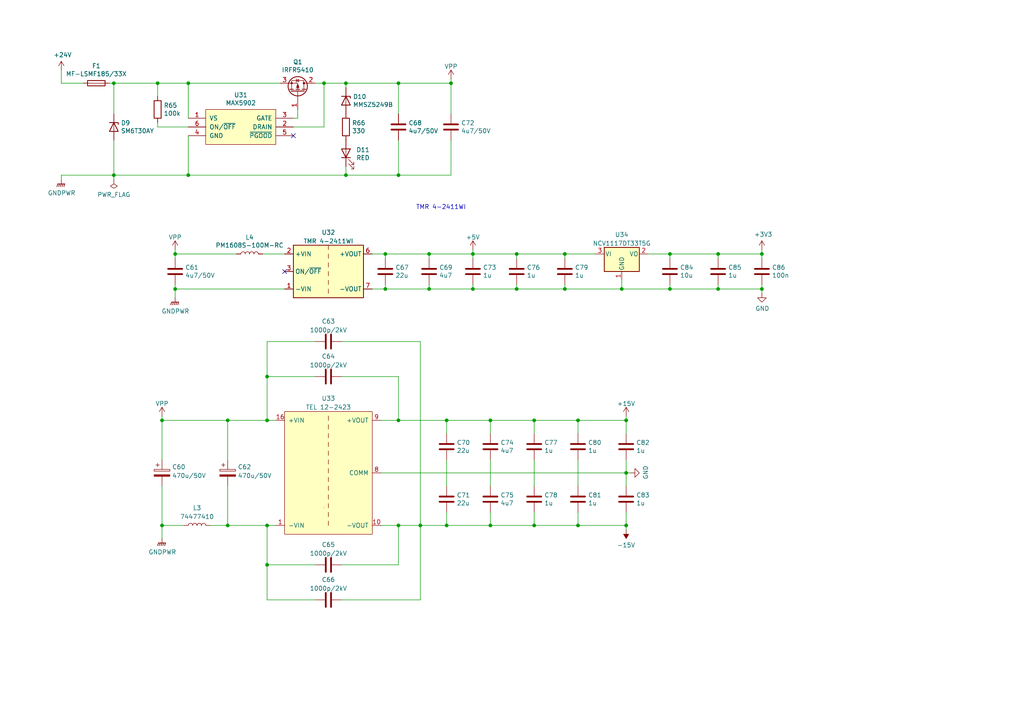
<source format=kicad_sch>
(kicad_sch (version 20211123) (generator eeschema)

  (uuid ae4b306f-250e-4317-9d8f-3e3b2bd1a222)

  (paper "A4")

  (lib_symbols
    (symbol "Converter_DCDC:TMR-2411" (in_bom yes) (on_board yes)
      (property "Reference" "U" (id 0) (at -8.89 8.89 0)
        (effects (font (size 1.27 1.27)))
      )
      (property "Value" "TMR-2411" (id 1) (at 10.16 8.89 0)
        (effects (font (size 1.27 1.27)) (justify right))
      )
      (property "Footprint" "Converter_DCDC:Converter_DCDC_TRACO_TMR-xxxx_THT" (id 2) (at 0 -8.89 0)
        (effects (font (size 1.27 1.27)) hide)
      )
      (property "Datasheet" "https://www.tracopower.com/products/tmr2.pdf" (id 3) (at 0 -12.7 0)
        (effects (font (size 1.27 1.27)) hide)
      )
      (property "ki_keywords" "Traco isolated isolation dc-dc converter transformer" (id 4) (at 0 0 0)
        (effects (font (size 1.27 1.27)) hide)
      )
      (property "ki_description" "400mA Regulated 2W DC/DC converter with 1.5kV isolation, 18V-36V input, 5V fixed Output Voltage, SIP-8" (id 5) (at 0 0 0)
        (effects (font (size 1.27 1.27)) hide)
      )
      (property "ki_fp_filters" "Converter*DCDC*TRACO*TMR*xxxx*" (id 6) (at 0 0 0)
        (effects (font (size 1.27 1.27)) hide)
      )
      (symbol "TMR-2411_0_1"
        (rectangle (start -10.16 7.62) (end 10.16 -7.62)
          (stroke (width 0.254) (type default) (color 0 0 0 0))
          (fill (type background))
        )
        (polyline
          (pts
            (xy 0 -5.08)
            (xy 0 -6.35)
          )
          (stroke (width 0) (type default) (color 0 0 0 0))
          (fill (type none))
        )
        (polyline
          (pts
            (xy 0 -2.54)
            (xy 0 -3.81)
          )
          (stroke (width 0) (type default) (color 0 0 0 0))
          (fill (type none))
        )
        (polyline
          (pts
            (xy 0 0)
            (xy 0 -1.27)
          )
          (stroke (width 0) (type default) (color 0 0 0 0))
          (fill (type none))
        )
        (polyline
          (pts
            (xy 0 2.54)
            (xy 0 1.27)
          )
          (stroke (width 0) (type default) (color 0 0 0 0))
          (fill (type none))
        )
        (polyline
          (pts
            (xy 0 5.08)
            (xy 0 3.81)
          )
          (stroke (width 0) (type default) (color 0 0 0 0))
          (fill (type none))
        )
        (polyline
          (pts
            (xy 0 7.62)
            (xy 0 6.35)
          )
          (stroke (width 0) (type default) (color 0 0 0 0))
          (fill (type none))
        )
      )
      (symbol "TMR-2411_1_1"
        (pin power_in line (at -12.7 -5.08 0) (length 2.54)
          (name "-VIN" (effects (font (size 1.27 1.27))))
          (number "1" (effects (font (size 1.27 1.27))))
        )
        (pin power_in line (at -12.7 5.08 0) (length 2.54)
          (name "+VIN" (effects (font (size 1.27 1.27))))
          (number "2" (effects (font (size 1.27 1.27))))
        )
        (pin input line (at -12.7 0 0) (length 2.54)
          (name "ON/~{OFF}" (effects (font (size 1.27 1.27))))
          (number "3" (effects (font (size 1.27 1.27))))
        )
        (pin no_connect line (at 10.16 2.54 180) (length 2.54) hide
          (name "NC" (effects (font (size 1.27 1.27))))
          (number "5" (effects (font (size 1.27 1.27))))
        )
        (pin power_out line (at 12.7 5.08 180) (length 2.54)
          (name "+VOUT" (effects (font (size 1.27 1.27))))
          (number "6" (effects (font (size 1.27 1.27))))
        )
        (pin power_out line (at 12.7 -5.08 180) (length 2.54)
          (name "-VOUT" (effects (font (size 1.27 1.27))))
          (number "7" (effects (font (size 1.27 1.27))))
        )
        (pin no_connect line (at 10.16 0 180) (length 2.54) hide
          (name "NC" (effects (font (size 1.27 1.27))))
          (number "8" (effects (font (size 1.27 1.27))))
        )
      )
    )
    (symbol "Device:C" (pin_numbers hide) (pin_names (offset 0.254)) (in_bom yes) (on_board yes)
      (property "Reference" "C" (id 0) (at 0.635 2.54 0)
        (effects (font (size 1.27 1.27)) (justify left))
      )
      (property "Value" "C" (id 1) (at 0.635 -2.54 0)
        (effects (font (size 1.27 1.27)) (justify left))
      )
      (property "Footprint" "" (id 2) (at 0.9652 -3.81 0)
        (effects (font (size 1.27 1.27)) hide)
      )
      (property "Datasheet" "~" (id 3) (at 0 0 0)
        (effects (font (size 1.27 1.27)) hide)
      )
      (property "ki_keywords" "cap capacitor" (id 4) (at 0 0 0)
        (effects (font (size 1.27 1.27)) hide)
      )
      (property "ki_description" "Unpolarized capacitor" (id 5) (at 0 0 0)
        (effects (font (size 1.27 1.27)) hide)
      )
      (property "ki_fp_filters" "C_*" (id 6) (at 0 0 0)
        (effects (font (size 1.27 1.27)) hide)
      )
      (symbol "C_0_1"
        (polyline
          (pts
            (xy -2.032 -0.762)
            (xy 2.032 -0.762)
          )
          (stroke (width 0.508) (type default) (color 0 0 0 0))
          (fill (type none))
        )
        (polyline
          (pts
            (xy -2.032 0.762)
            (xy 2.032 0.762)
          )
          (stroke (width 0.508) (type default) (color 0 0 0 0))
          (fill (type none))
        )
      )
      (symbol "C_1_1"
        (pin passive line (at 0 3.81 270) (length 2.794)
          (name "~" (effects (font (size 1.27 1.27))))
          (number "1" (effects (font (size 1.27 1.27))))
        )
        (pin passive line (at 0 -3.81 90) (length 2.794)
          (name "~" (effects (font (size 1.27 1.27))))
          (number "2" (effects (font (size 1.27 1.27))))
        )
      )
    )
    (symbol "Device:C_Polarized" (pin_numbers hide) (pin_names (offset 0.254)) (in_bom yes) (on_board yes)
      (property "Reference" "C" (id 0) (at 0.635 2.54 0)
        (effects (font (size 1.27 1.27)) (justify left))
      )
      (property "Value" "C_Polarized" (id 1) (at 0.635 -2.54 0)
        (effects (font (size 1.27 1.27)) (justify left))
      )
      (property "Footprint" "" (id 2) (at 0.9652 -3.81 0)
        (effects (font (size 1.27 1.27)) hide)
      )
      (property "Datasheet" "~" (id 3) (at 0 0 0)
        (effects (font (size 1.27 1.27)) hide)
      )
      (property "ki_keywords" "cap capacitor" (id 4) (at 0 0 0)
        (effects (font (size 1.27 1.27)) hide)
      )
      (property "ki_description" "Polarized capacitor" (id 5) (at 0 0 0)
        (effects (font (size 1.27 1.27)) hide)
      )
      (property "ki_fp_filters" "CP_*" (id 6) (at 0 0 0)
        (effects (font (size 1.27 1.27)) hide)
      )
      (symbol "C_Polarized_0_1"
        (rectangle (start -2.286 0.508) (end 2.286 1.016)
          (stroke (width 0) (type default) (color 0 0 0 0))
          (fill (type none))
        )
        (polyline
          (pts
            (xy -1.778 2.286)
            (xy -0.762 2.286)
          )
          (stroke (width 0) (type default) (color 0 0 0 0))
          (fill (type none))
        )
        (polyline
          (pts
            (xy -1.27 2.794)
            (xy -1.27 1.778)
          )
          (stroke (width 0) (type default) (color 0 0 0 0))
          (fill (type none))
        )
        (rectangle (start 2.286 -0.508) (end -2.286 -1.016)
          (stroke (width 0) (type default) (color 0 0 0 0))
          (fill (type outline))
        )
      )
      (symbol "C_Polarized_1_1"
        (pin passive line (at 0 3.81 270) (length 2.794)
          (name "~" (effects (font (size 1.27 1.27))))
          (number "1" (effects (font (size 1.27 1.27))))
        )
        (pin passive line (at 0 -3.81 90) (length 2.794)
          (name "~" (effects (font (size 1.27 1.27))))
          (number "2" (effects (font (size 1.27 1.27))))
        )
      )
    )
    (symbol "Device:D_Zener" (pin_numbers hide) (pin_names (offset 1.016) hide) (in_bom yes) (on_board yes)
      (property "Reference" "D" (id 0) (at 0 2.54 0)
        (effects (font (size 1.27 1.27)))
      )
      (property "Value" "D_Zener" (id 1) (at 0 -2.54 0)
        (effects (font (size 1.27 1.27)))
      )
      (property "Footprint" "" (id 2) (at 0 0 0)
        (effects (font (size 1.27 1.27)) hide)
      )
      (property "Datasheet" "~" (id 3) (at 0 0 0)
        (effects (font (size 1.27 1.27)) hide)
      )
      (property "ki_keywords" "diode" (id 4) (at 0 0 0)
        (effects (font (size 1.27 1.27)) hide)
      )
      (property "ki_description" "Zener diode" (id 5) (at 0 0 0)
        (effects (font (size 1.27 1.27)) hide)
      )
      (property "ki_fp_filters" "TO-???* *_Diode_* *SingleDiode* D_*" (id 6) (at 0 0 0)
        (effects (font (size 1.27 1.27)) hide)
      )
      (symbol "D_Zener_0_1"
        (polyline
          (pts
            (xy 1.27 0)
            (xy -1.27 0)
          )
          (stroke (width 0) (type default) (color 0 0 0 0))
          (fill (type none))
        )
        (polyline
          (pts
            (xy -1.27 -1.27)
            (xy -1.27 1.27)
            (xy -0.762 1.27)
          )
          (stroke (width 0.254) (type default) (color 0 0 0 0))
          (fill (type none))
        )
        (polyline
          (pts
            (xy 1.27 -1.27)
            (xy 1.27 1.27)
            (xy -1.27 0)
            (xy 1.27 -1.27)
          )
          (stroke (width 0.254) (type default) (color 0 0 0 0))
          (fill (type none))
        )
      )
      (symbol "D_Zener_1_1"
        (pin passive line (at -3.81 0 0) (length 2.54)
          (name "K" (effects (font (size 1.27 1.27))))
          (number "1" (effects (font (size 1.27 1.27))))
        )
        (pin passive line (at 3.81 0 180) (length 2.54)
          (name "A" (effects (font (size 1.27 1.27))))
          (number "2" (effects (font (size 1.27 1.27))))
        )
      )
    )
    (symbol "Device:Fuse" (pin_numbers hide) (pin_names (offset 0)) (in_bom yes) (on_board yes)
      (property "Reference" "F" (id 0) (at 2.032 0 90)
        (effects (font (size 1.27 1.27)))
      )
      (property "Value" "Fuse" (id 1) (at -1.905 0 90)
        (effects (font (size 1.27 1.27)))
      )
      (property "Footprint" "" (id 2) (at -1.778 0 90)
        (effects (font (size 1.27 1.27)) hide)
      )
      (property "Datasheet" "~" (id 3) (at 0 0 0)
        (effects (font (size 1.27 1.27)) hide)
      )
      (property "ki_keywords" "fuse" (id 4) (at 0 0 0)
        (effects (font (size 1.27 1.27)) hide)
      )
      (property "ki_description" "Fuse" (id 5) (at 0 0 0)
        (effects (font (size 1.27 1.27)) hide)
      )
      (property "ki_fp_filters" "*Fuse*" (id 6) (at 0 0 0)
        (effects (font (size 1.27 1.27)) hide)
      )
      (symbol "Fuse_0_1"
        (rectangle (start -0.762 -2.54) (end 0.762 2.54)
          (stroke (width 0.254) (type default) (color 0 0 0 0))
          (fill (type none))
        )
        (polyline
          (pts
            (xy 0 2.54)
            (xy 0 -2.54)
          )
          (stroke (width 0) (type default) (color 0 0 0 0))
          (fill (type none))
        )
      )
      (symbol "Fuse_1_1"
        (pin passive line (at 0 3.81 270) (length 1.27)
          (name "~" (effects (font (size 1.27 1.27))))
          (number "1" (effects (font (size 1.27 1.27))))
        )
        (pin passive line (at 0 -3.81 90) (length 1.27)
          (name "~" (effects (font (size 1.27 1.27))))
          (number "2" (effects (font (size 1.27 1.27))))
        )
      )
    )
    (symbol "Device:L" (pin_numbers hide) (pin_names (offset 1.016) hide) (in_bom yes) (on_board yes)
      (property "Reference" "L" (id 0) (at -1.27 0 90)
        (effects (font (size 1.27 1.27)))
      )
      (property "Value" "L" (id 1) (at 1.905 0 90)
        (effects (font (size 1.27 1.27)))
      )
      (property "Footprint" "" (id 2) (at 0 0 0)
        (effects (font (size 1.27 1.27)) hide)
      )
      (property "Datasheet" "~" (id 3) (at 0 0 0)
        (effects (font (size 1.27 1.27)) hide)
      )
      (property "ki_keywords" "inductor choke coil reactor magnetic" (id 4) (at 0 0 0)
        (effects (font (size 1.27 1.27)) hide)
      )
      (property "ki_description" "Inductor" (id 5) (at 0 0 0)
        (effects (font (size 1.27 1.27)) hide)
      )
      (property "ki_fp_filters" "Choke_* *Coil* Inductor_* L_*" (id 6) (at 0 0 0)
        (effects (font (size 1.27 1.27)) hide)
      )
      (symbol "L_0_1"
        (arc (start 0 -2.54) (mid 0.635 -1.905) (end 0 -1.27)
          (stroke (width 0) (type default) (color 0 0 0 0))
          (fill (type none))
        )
        (arc (start 0 -1.27) (mid 0.635 -0.635) (end 0 0)
          (stroke (width 0) (type default) (color 0 0 0 0))
          (fill (type none))
        )
        (arc (start 0 0) (mid 0.635 0.635) (end 0 1.27)
          (stroke (width 0) (type default) (color 0 0 0 0))
          (fill (type none))
        )
        (arc (start 0 1.27) (mid 0.635 1.905) (end 0 2.54)
          (stroke (width 0) (type default) (color 0 0 0 0))
          (fill (type none))
        )
      )
      (symbol "L_1_1"
        (pin passive line (at 0 3.81 270) (length 1.27)
          (name "1" (effects (font (size 1.27 1.27))))
          (number "1" (effects (font (size 1.27 1.27))))
        )
        (pin passive line (at 0 -3.81 90) (length 1.27)
          (name "2" (effects (font (size 1.27 1.27))))
          (number "2" (effects (font (size 1.27 1.27))))
        )
      )
    )
    (symbol "Device:LED" (pin_numbers hide) (pin_names (offset 1.016) hide) (in_bom yes) (on_board yes)
      (property "Reference" "D" (id 0) (at 0 2.54 0)
        (effects (font (size 1.27 1.27)))
      )
      (property "Value" "LED" (id 1) (at 0 -2.54 0)
        (effects (font (size 1.27 1.27)))
      )
      (property "Footprint" "" (id 2) (at 0 0 0)
        (effects (font (size 1.27 1.27)) hide)
      )
      (property "Datasheet" "~" (id 3) (at 0 0 0)
        (effects (font (size 1.27 1.27)) hide)
      )
      (property "ki_keywords" "LED diode" (id 4) (at 0 0 0)
        (effects (font (size 1.27 1.27)) hide)
      )
      (property "ki_description" "Light emitting diode" (id 5) (at 0 0 0)
        (effects (font (size 1.27 1.27)) hide)
      )
      (property "ki_fp_filters" "LED* LED_SMD:* LED_THT:*" (id 6) (at 0 0 0)
        (effects (font (size 1.27 1.27)) hide)
      )
      (symbol "LED_0_1"
        (polyline
          (pts
            (xy -1.27 -1.27)
            (xy -1.27 1.27)
          )
          (stroke (width 0.254) (type default) (color 0 0 0 0))
          (fill (type none))
        )
        (polyline
          (pts
            (xy -1.27 0)
            (xy 1.27 0)
          )
          (stroke (width 0) (type default) (color 0 0 0 0))
          (fill (type none))
        )
        (polyline
          (pts
            (xy 1.27 -1.27)
            (xy 1.27 1.27)
            (xy -1.27 0)
            (xy 1.27 -1.27)
          )
          (stroke (width 0.254) (type default) (color 0 0 0 0))
          (fill (type none))
        )
        (polyline
          (pts
            (xy -3.048 -0.762)
            (xy -4.572 -2.286)
            (xy -3.81 -2.286)
            (xy -4.572 -2.286)
            (xy -4.572 -1.524)
          )
          (stroke (width 0) (type default) (color 0 0 0 0))
          (fill (type none))
        )
        (polyline
          (pts
            (xy -1.778 -0.762)
            (xy -3.302 -2.286)
            (xy -2.54 -2.286)
            (xy -3.302 -2.286)
            (xy -3.302 -1.524)
          )
          (stroke (width 0) (type default) (color 0 0 0 0))
          (fill (type none))
        )
      )
      (symbol "LED_1_1"
        (pin passive line (at -3.81 0 0) (length 2.54)
          (name "K" (effects (font (size 1.27 1.27))))
          (number "1" (effects (font (size 1.27 1.27))))
        )
        (pin passive line (at 3.81 0 180) (length 2.54)
          (name "A" (effects (font (size 1.27 1.27))))
          (number "2" (effects (font (size 1.27 1.27))))
        )
      )
    )
    (symbol "Device:Q_PMOS_GDS" (pin_names (offset 0) hide) (in_bom yes) (on_board yes)
      (property "Reference" "Q" (id 0) (at 5.08 1.27 0)
        (effects (font (size 1.27 1.27)) (justify left))
      )
      (property "Value" "Q_PMOS_GDS" (id 1) (at 5.08 -1.27 0)
        (effects (font (size 1.27 1.27)) (justify left))
      )
      (property "Footprint" "" (id 2) (at 5.08 2.54 0)
        (effects (font (size 1.27 1.27)) hide)
      )
      (property "Datasheet" "~" (id 3) (at 0 0 0)
        (effects (font (size 1.27 1.27)) hide)
      )
      (property "ki_keywords" "transistor PMOS P-MOS P-MOSFET" (id 4) (at 0 0 0)
        (effects (font (size 1.27 1.27)) hide)
      )
      (property "ki_description" "P-MOSFET transistor, gate/drain/source" (id 5) (at 0 0 0)
        (effects (font (size 1.27 1.27)) hide)
      )
      (symbol "Q_PMOS_GDS_0_1"
        (polyline
          (pts
            (xy 0.254 0)
            (xy -2.54 0)
          )
          (stroke (width 0) (type default) (color 0 0 0 0))
          (fill (type none))
        )
        (polyline
          (pts
            (xy 0.254 1.905)
            (xy 0.254 -1.905)
          )
          (stroke (width 0.254) (type default) (color 0 0 0 0))
          (fill (type none))
        )
        (polyline
          (pts
            (xy 0.762 -1.27)
            (xy 0.762 -2.286)
          )
          (stroke (width 0.254) (type default) (color 0 0 0 0))
          (fill (type none))
        )
        (polyline
          (pts
            (xy 0.762 0.508)
            (xy 0.762 -0.508)
          )
          (stroke (width 0.254) (type default) (color 0 0 0 0))
          (fill (type none))
        )
        (polyline
          (pts
            (xy 0.762 2.286)
            (xy 0.762 1.27)
          )
          (stroke (width 0.254) (type default) (color 0 0 0 0))
          (fill (type none))
        )
        (polyline
          (pts
            (xy 2.54 2.54)
            (xy 2.54 1.778)
          )
          (stroke (width 0) (type default) (color 0 0 0 0))
          (fill (type none))
        )
        (polyline
          (pts
            (xy 2.54 -2.54)
            (xy 2.54 0)
            (xy 0.762 0)
          )
          (stroke (width 0) (type default) (color 0 0 0 0))
          (fill (type none))
        )
        (polyline
          (pts
            (xy 0.762 1.778)
            (xy 3.302 1.778)
            (xy 3.302 -1.778)
            (xy 0.762 -1.778)
          )
          (stroke (width 0) (type default) (color 0 0 0 0))
          (fill (type none))
        )
        (polyline
          (pts
            (xy 2.286 0)
            (xy 1.27 0.381)
            (xy 1.27 -0.381)
            (xy 2.286 0)
          )
          (stroke (width 0) (type default) (color 0 0 0 0))
          (fill (type outline))
        )
        (polyline
          (pts
            (xy 2.794 -0.508)
            (xy 2.921 -0.381)
            (xy 3.683 -0.381)
            (xy 3.81 -0.254)
          )
          (stroke (width 0) (type default) (color 0 0 0 0))
          (fill (type none))
        )
        (polyline
          (pts
            (xy 3.302 -0.381)
            (xy 2.921 0.254)
            (xy 3.683 0.254)
            (xy 3.302 -0.381)
          )
          (stroke (width 0) (type default) (color 0 0 0 0))
          (fill (type none))
        )
        (circle (center 1.651 0) (radius 2.794)
          (stroke (width 0.254) (type default) (color 0 0 0 0))
          (fill (type none))
        )
        (circle (center 2.54 -1.778) (radius 0.254)
          (stroke (width 0) (type default) (color 0 0 0 0))
          (fill (type outline))
        )
        (circle (center 2.54 1.778) (radius 0.254)
          (stroke (width 0) (type default) (color 0 0 0 0))
          (fill (type outline))
        )
      )
      (symbol "Q_PMOS_GDS_1_1"
        (pin input line (at -5.08 0 0) (length 2.54)
          (name "G" (effects (font (size 1.27 1.27))))
          (number "1" (effects (font (size 1.27 1.27))))
        )
        (pin passive line (at 2.54 5.08 270) (length 2.54)
          (name "D" (effects (font (size 1.27 1.27))))
          (number "2" (effects (font (size 1.27 1.27))))
        )
        (pin passive line (at 2.54 -5.08 90) (length 2.54)
          (name "S" (effects (font (size 1.27 1.27))))
          (number "3" (effects (font (size 1.27 1.27))))
        )
      )
    )
    (symbol "Device:R" (pin_numbers hide) (pin_names (offset 0)) (in_bom yes) (on_board yes)
      (property "Reference" "R" (id 0) (at 2.032 0 90)
        (effects (font (size 1.27 1.27)))
      )
      (property "Value" "R" (id 1) (at 0 0 90)
        (effects (font (size 1.27 1.27)))
      )
      (property "Footprint" "" (id 2) (at -1.778 0 90)
        (effects (font (size 1.27 1.27)) hide)
      )
      (property "Datasheet" "~" (id 3) (at 0 0 0)
        (effects (font (size 1.27 1.27)) hide)
      )
      (property "ki_keywords" "R res resistor" (id 4) (at 0 0 0)
        (effects (font (size 1.27 1.27)) hide)
      )
      (property "ki_description" "Resistor" (id 5) (at 0 0 0)
        (effects (font (size 1.27 1.27)) hide)
      )
      (property "ki_fp_filters" "R_*" (id 6) (at 0 0 0)
        (effects (font (size 1.27 1.27)) hide)
      )
      (symbol "R_0_1"
        (rectangle (start -1.016 -2.54) (end 1.016 2.54)
          (stroke (width 0.254) (type default) (color 0 0 0 0))
          (fill (type none))
        )
      )
      (symbol "R_1_1"
        (pin passive line (at 0 3.81 270) (length 1.27)
          (name "~" (effects (font (size 1.27 1.27))))
          (number "1" (effects (font (size 1.27 1.27))))
        )
        (pin passive line (at 0 -3.81 90) (length 1.27)
          (name "~" (effects (font (size 1.27 1.27))))
          (number "2" (effects (font (size 1.27 1.27))))
        )
      )
    )
    (symbol "ETH1CLCR2:MAX5902" (pin_names (offset 1.016)) (in_bom yes) (on_board yes)
      (property "Reference" "U" (id 0) (at -8.89 6.35 0)
        (effects (font (size 1.27 1.27)))
      )
      (property "Value" "MAX5902" (id 1) (at 5.08 6.35 0)
        (effects (font (size 1.27 1.27)))
      )
      (property "Footprint" "" (id 2) (at 0 0 0)
        (effects (font (size 1.524 1.524)) hide)
      )
      (property "Datasheet" "" (id 3) (at 0 0 0)
        (effects (font (size 1.524 1.524)) hide)
      )
      (symbol "MAX5902_0_1"
        (rectangle (start -10.16 5.08) (end 10.16 -5.08)
          (stroke (width 0) (type default) (color 0 0 0 0))
          (fill (type background))
        )
      )
      (symbol "MAX5902_1_1"
        (pin passive line (at -15.24 2.54 0) (length 5.08)
          (name "VS" (effects (font (size 1.27 1.27))))
          (number "1" (effects (font (size 1.27 1.27))))
        )
        (pin passive line (at 15.24 0 180) (length 5.08)
          (name "DRAIN" (effects (font (size 1.27 1.27))))
          (number "2" (effects (font (size 1.27 1.27))))
        )
        (pin passive line (at 15.24 2.54 180) (length 5.08)
          (name "GATE" (effects (font (size 1.27 1.27))))
          (number "3" (effects (font (size 1.27 1.27))))
        )
        (pin passive line (at -15.24 -2.54 0) (length 5.08)
          (name "GND" (effects (font (size 1.27 1.27))))
          (number "4" (effects (font (size 1.27 1.27))))
        )
        (pin passive line (at 15.24 -2.54 180) (length 5.08)
          (name "~{PGOOD}" (effects (font (size 1.27 1.27))))
          (number "5" (effects (font (size 1.27 1.27))))
        )
        (pin passive line (at -15.24 0 0) (length 5.08)
          (name "ON/~{OFF}" (effects (font (size 1.27 1.27))))
          (number "6" (effects (font (size 1.27 1.27))))
        )
      )
    )
    (symbol "ETH1CSMU2:TEL12_Dual" (pin_names (offset 1.016)) (in_bom yes) (on_board yes)
      (property "Reference" "U" (id 0) (at 0 22.86 0)
        (effects (font (size 1.27 1.27)))
      )
      (property "Value" "TEL12_Dual" (id 1) (at 0 20.32 0)
        (effects (font (size 1.27 1.27)))
      )
      (property "Footprint" "" (id 2) (at 0 20.32 0)
        (effects (font (size 1.27 1.27)) hide)
      )
      (property "Datasheet" "" (id 3) (at 0 20.32 0)
        (effects (font (size 1.27 1.27)) hide)
      )
      (symbol "TEL12_Dual_0_1"
        (rectangle (start -12.7 17.78) (end 12.7 -17.78)
          (stroke (width 0.1524) (type default) (color 0 0 0 0))
          (fill (type background))
        )
        (rectangle (start -1.27 -10.16) (end -1.27 -10.16)
          (stroke (width 0) (type default) (color 0 0 0 0))
          (fill (type none))
        )
        (polyline
          (pts
            (xy 0 -13.97)
            (xy 0 -15.24)
          )
          (stroke (width 0) (type default) (color 0 0 0 0))
          (fill (type none))
        )
        (polyline
          (pts
            (xy 0 -11.43)
            (xy 0 -12.7)
          )
          (stroke (width 0) (type default) (color 0 0 0 0))
          (fill (type none))
        )
        (polyline
          (pts
            (xy 0 -8.89)
            (xy 0 -10.16)
          )
          (stroke (width 0) (type default) (color 0 0 0 0))
          (fill (type none))
        )
        (polyline
          (pts
            (xy 0 -6.35)
            (xy 0 -7.62)
          )
          (stroke (width 0) (type default) (color 0 0 0 0))
          (fill (type none))
        )
        (polyline
          (pts
            (xy 0 -3.81)
            (xy 0 -5.08)
          )
          (stroke (width 0) (type default) (color 0 0 0 0))
          (fill (type none))
        )
        (polyline
          (pts
            (xy 0 -1.27)
            (xy 0 -2.54)
          )
          (stroke (width 0) (type default) (color 0 0 0 0))
          (fill (type none))
        )
        (polyline
          (pts
            (xy 0 1.27)
            (xy 0 0)
          )
          (stroke (width 0) (type default) (color 0 0 0 0))
          (fill (type none))
        )
        (polyline
          (pts
            (xy 0 3.81)
            (xy 0 2.54)
          )
          (stroke (width 0) (type default) (color 0 0 0 0))
          (fill (type none))
        )
        (polyline
          (pts
            (xy 0 6.35)
            (xy 0 5.08)
          )
          (stroke (width 0) (type default) (color 0 0 0 0))
          (fill (type none))
        )
        (polyline
          (pts
            (xy 0 8.89)
            (xy 0 7.62)
          )
          (stroke (width 0) (type default) (color 0 0 0 0))
          (fill (type none))
        )
        (polyline
          (pts
            (xy 0 11.43)
            (xy 0 10.16)
          )
          (stroke (width 0) (type default) (color 0 0 0 0))
          (fill (type none))
        )
        (polyline
          (pts
            (xy 0 13.97)
            (xy 0 12.7)
          )
          (stroke (width 0) (type default) (color 0 0 0 0))
          (fill (type none))
        )
        (polyline
          (pts
            (xy 0 16.51)
            (xy 0 15.24)
          )
          (stroke (width 0) (type default) (color 0 0 0 0))
          (fill (type none))
        )
      )
      (symbol "TEL12_Dual_1_1"
        (pin passive line (at -15.24 -15.24 0) (length 2.54)
          (name "-VIN" (effects (font (size 1.27 1.27))))
          (number "1" (effects (font (size 1.27 1.27))))
        )
        (pin passive line (at 15.24 -15.24 180) (length 2.54)
          (name "-VOUT" (effects (font (size 1.27 1.27))))
          (number "10" (effects (font (size 1.27 1.27))))
        )
        (pin passive line (at -15.24 15.24 0) (length 2.54)
          (name "+VIN" (effects (font (size 1.27 1.27))))
          (number "16" (effects (font (size 1.27 1.27))))
        )
        (pin passive line (at 15.24 0 180) (length 2.54)
          (name "COMM" (effects (font (size 1.27 1.27))))
          (number "8" (effects (font (size 1.27 1.27))))
        )
        (pin passive line (at 15.24 15.24 180) (length 2.54)
          (name "+VOUT" (effects (font (size 1.27 1.27))))
          (number "9" (effects (font (size 1.27 1.27))))
        )
      )
    )
    (symbol "Regulator_Linear:LM1117-3.3" (pin_names (offset 0.254)) (in_bom yes) (on_board yes)
      (property "Reference" "U" (id 0) (at -3.81 3.175 0)
        (effects (font (size 1.27 1.27)))
      )
      (property "Value" "LM1117-3.3" (id 1) (at 0 3.175 0)
        (effects (font (size 1.27 1.27)) (justify left))
      )
      (property "Footprint" "" (id 2) (at 0 0 0)
        (effects (font (size 1.27 1.27)) hide)
      )
      (property "Datasheet" "http://www.ti.com/lit/ds/symlink/lm1117.pdf" (id 3) (at 0 0 0)
        (effects (font (size 1.27 1.27)) hide)
      )
      (property "ki_keywords" "linear regulator ldo fixed positive" (id 4) (at 0 0 0)
        (effects (font (size 1.27 1.27)) hide)
      )
      (property "ki_description" "800mA Low-Dropout Linear Regulator, 3.3V fixed output, TO-220/TO-252/TO-263/SOT-223" (id 5) (at 0 0 0)
        (effects (font (size 1.27 1.27)) hide)
      )
      (property "ki_fp_filters" "SOT?223* TO?263* TO?252* TO?220*" (id 6) (at 0 0 0)
        (effects (font (size 1.27 1.27)) hide)
      )
      (symbol "LM1117-3.3_0_1"
        (rectangle (start -5.08 -5.08) (end 5.08 1.905)
          (stroke (width 0.254) (type default) (color 0 0 0 0))
          (fill (type background))
        )
      )
      (symbol "LM1117-3.3_1_1"
        (pin power_in line (at 0 -7.62 90) (length 2.54)
          (name "GND" (effects (font (size 1.27 1.27))))
          (number "1" (effects (font (size 1.27 1.27))))
        )
        (pin power_out line (at 7.62 0 180) (length 2.54)
          (name "VO" (effects (font (size 1.27 1.27))))
          (number "2" (effects (font (size 1.27 1.27))))
        )
        (pin power_in line (at -7.62 0 0) (length 2.54)
          (name "VI" (effects (font (size 1.27 1.27))))
          (number "3" (effects (font (size 1.27 1.27))))
        )
      )
    )
    (symbol "power:+15V" (power) (pin_names (offset 0)) (in_bom yes) (on_board yes)
      (property "Reference" "#PWR" (id 0) (at 0 -3.81 0)
        (effects (font (size 1.27 1.27)) hide)
      )
      (property "Value" "+15V" (id 1) (at 0 3.556 0)
        (effects (font (size 1.27 1.27)))
      )
      (property "Footprint" "" (id 2) (at 0 0 0)
        (effects (font (size 1.27 1.27)) hide)
      )
      (property "Datasheet" "" (id 3) (at 0 0 0)
        (effects (font (size 1.27 1.27)) hide)
      )
      (property "ki_keywords" "power-flag" (id 4) (at 0 0 0)
        (effects (font (size 1.27 1.27)) hide)
      )
      (property "ki_description" "Power symbol creates a global label with name \"+15V\"" (id 5) (at 0 0 0)
        (effects (font (size 1.27 1.27)) hide)
      )
      (symbol "+15V_0_1"
        (polyline
          (pts
            (xy -0.762 1.27)
            (xy 0 2.54)
          )
          (stroke (width 0) (type default) (color 0 0 0 0))
          (fill (type none))
        )
        (polyline
          (pts
            (xy 0 0)
            (xy 0 2.54)
          )
          (stroke (width 0) (type default) (color 0 0 0 0))
          (fill (type none))
        )
        (polyline
          (pts
            (xy 0 2.54)
            (xy 0.762 1.27)
          )
          (stroke (width 0) (type default) (color 0 0 0 0))
          (fill (type none))
        )
      )
      (symbol "+15V_1_1"
        (pin power_in line (at 0 0 90) (length 0) hide
          (name "+15V" (effects (font (size 1.27 1.27))))
          (number "1" (effects (font (size 1.27 1.27))))
        )
      )
    )
    (symbol "power:+24V" (power) (pin_names (offset 0)) (in_bom yes) (on_board yes)
      (property "Reference" "#PWR" (id 0) (at 0 -3.81 0)
        (effects (font (size 1.27 1.27)) hide)
      )
      (property "Value" "+24V" (id 1) (at 0 3.556 0)
        (effects (font (size 1.27 1.27)))
      )
      (property "Footprint" "" (id 2) (at 0 0 0)
        (effects (font (size 1.27 1.27)) hide)
      )
      (property "Datasheet" "" (id 3) (at 0 0 0)
        (effects (font (size 1.27 1.27)) hide)
      )
      (property "ki_keywords" "power-flag" (id 4) (at 0 0 0)
        (effects (font (size 1.27 1.27)) hide)
      )
      (property "ki_description" "Power symbol creates a global label with name \"+24V\"" (id 5) (at 0 0 0)
        (effects (font (size 1.27 1.27)) hide)
      )
      (symbol "+24V_0_1"
        (polyline
          (pts
            (xy -0.762 1.27)
            (xy 0 2.54)
          )
          (stroke (width 0) (type default) (color 0 0 0 0))
          (fill (type none))
        )
        (polyline
          (pts
            (xy 0 0)
            (xy 0 2.54)
          )
          (stroke (width 0) (type default) (color 0 0 0 0))
          (fill (type none))
        )
        (polyline
          (pts
            (xy 0 2.54)
            (xy 0.762 1.27)
          )
          (stroke (width 0) (type default) (color 0 0 0 0))
          (fill (type none))
        )
      )
      (symbol "+24V_1_1"
        (pin power_in line (at 0 0 90) (length 0) hide
          (name "+24V" (effects (font (size 1.27 1.27))))
          (number "1" (effects (font (size 1.27 1.27))))
        )
      )
    )
    (symbol "power:+3.3V" (power) (pin_names (offset 0)) (in_bom yes) (on_board yes)
      (property "Reference" "#PWR" (id 0) (at 0 -3.81 0)
        (effects (font (size 1.27 1.27)) hide)
      )
      (property "Value" "+3.3V" (id 1) (at 0 3.556 0)
        (effects (font (size 1.27 1.27)))
      )
      (property "Footprint" "" (id 2) (at 0 0 0)
        (effects (font (size 1.27 1.27)) hide)
      )
      (property "Datasheet" "" (id 3) (at 0 0 0)
        (effects (font (size 1.27 1.27)) hide)
      )
      (property "ki_keywords" "power-flag" (id 4) (at 0 0 0)
        (effects (font (size 1.27 1.27)) hide)
      )
      (property "ki_description" "Power symbol creates a global label with name \"+3.3V\"" (id 5) (at 0 0 0)
        (effects (font (size 1.27 1.27)) hide)
      )
      (symbol "+3.3V_0_1"
        (polyline
          (pts
            (xy -0.762 1.27)
            (xy 0 2.54)
          )
          (stroke (width 0) (type default) (color 0 0 0 0))
          (fill (type none))
        )
        (polyline
          (pts
            (xy 0 0)
            (xy 0 2.54)
          )
          (stroke (width 0) (type default) (color 0 0 0 0))
          (fill (type none))
        )
        (polyline
          (pts
            (xy 0 2.54)
            (xy 0.762 1.27)
          )
          (stroke (width 0) (type default) (color 0 0 0 0))
          (fill (type none))
        )
      )
      (symbol "+3.3V_1_1"
        (pin power_in line (at 0 0 90) (length 0) hide
          (name "+3V3" (effects (font (size 1.27 1.27))))
          (number "1" (effects (font (size 1.27 1.27))))
        )
      )
    )
    (symbol "power:+5V" (power) (pin_names (offset 0)) (in_bom yes) (on_board yes)
      (property "Reference" "#PWR" (id 0) (at 0 -3.81 0)
        (effects (font (size 1.27 1.27)) hide)
      )
      (property "Value" "+5V" (id 1) (at 0 3.556 0)
        (effects (font (size 1.27 1.27)))
      )
      (property "Footprint" "" (id 2) (at 0 0 0)
        (effects (font (size 1.27 1.27)) hide)
      )
      (property "Datasheet" "" (id 3) (at 0 0 0)
        (effects (font (size 1.27 1.27)) hide)
      )
      (property "ki_keywords" "power-flag" (id 4) (at 0 0 0)
        (effects (font (size 1.27 1.27)) hide)
      )
      (property "ki_description" "Power symbol creates a global label with name \"+5V\"" (id 5) (at 0 0 0)
        (effects (font (size 1.27 1.27)) hide)
      )
      (symbol "+5V_0_1"
        (polyline
          (pts
            (xy -0.762 1.27)
            (xy 0 2.54)
          )
          (stroke (width 0) (type default) (color 0 0 0 0))
          (fill (type none))
        )
        (polyline
          (pts
            (xy 0 0)
            (xy 0 2.54)
          )
          (stroke (width 0) (type default) (color 0 0 0 0))
          (fill (type none))
        )
        (polyline
          (pts
            (xy 0 2.54)
            (xy 0.762 1.27)
          )
          (stroke (width 0) (type default) (color 0 0 0 0))
          (fill (type none))
        )
      )
      (symbol "+5V_1_1"
        (pin power_in line (at 0 0 90) (length 0) hide
          (name "+5V" (effects (font (size 1.27 1.27))))
          (number "1" (effects (font (size 1.27 1.27))))
        )
      )
    )
    (symbol "power:-15V" (power) (pin_names (offset 0)) (in_bom yes) (on_board yes)
      (property "Reference" "#PWR" (id 0) (at 0 2.54 0)
        (effects (font (size 1.27 1.27)) hide)
      )
      (property "Value" "-15V" (id 1) (at 0 3.81 0)
        (effects (font (size 1.27 1.27)))
      )
      (property "Footprint" "" (id 2) (at 0 0 0)
        (effects (font (size 1.27 1.27)) hide)
      )
      (property "Datasheet" "" (id 3) (at 0 0 0)
        (effects (font (size 1.27 1.27)) hide)
      )
      (property "ki_keywords" "power-flag" (id 4) (at 0 0 0)
        (effects (font (size 1.27 1.27)) hide)
      )
      (property "ki_description" "Power symbol creates a global label with name \"-15V\"" (id 5) (at 0 0 0)
        (effects (font (size 1.27 1.27)) hide)
      )
      (symbol "-15V_0_0"
        (pin power_in line (at 0 0 90) (length 0) hide
          (name "-15V" (effects (font (size 1.27 1.27))))
          (number "1" (effects (font (size 1.27 1.27))))
        )
      )
      (symbol "-15V_0_1"
        (polyline
          (pts
            (xy 0 0)
            (xy 0 1.27)
            (xy 0.762 1.27)
            (xy 0 2.54)
            (xy -0.762 1.27)
            (xy 0 1.27)
          )
          (stroke (width 0) (type default) (color 0 0 0 0))
          (fill (type outline))
        )
      )
    )
    (symbol "power:GND" (power) (pin_names (offset 0)) (in_bom yes) (on_board yes)
      (property "Reference" "#PWR" (id 0) (at 0 -6.35 0)
        (effects (font (size 1.27 1.27)) hide)
      )
      (property "Value" "GND" (id 1) (at 0 -3.81 0)
        (effects (font (size 1.27 1.27)))
      )
      (property "Footprint" "" (id 2) (at 0 0 0)
        (effects (font (size 1.27 1.27)) hide)
      )
      (property "Datasheet" "" (id 3) (at 0 0 0)
        (effects (font (size 1.27 1.27)) hide)
      )
      (property "ki_keywords" "power-flag" (id 4) (at 0 0 0)
        (effects (font (size 1.27 1.27)) hide)
      )
      (property "ki_description" "Power symbol creates a global label with name \"GND\" , ground" (id 5) (at 0 0 0)
        (effects (font (size 1.27 1.27)) hide)
      )
      (symbol "GND_0_1"
        (polyline
          (pts
            (xy 0 0)
            (xy 0 -1.27)
            (xy 1.27 -1.27)
            (xy 0 -2.54)
            (xy -1.27 -1.27)
            (xy 0 -1.27)
          )
          (stroke (width 0) (type default) (color 0 0 0 0))
          (fill (type none))
        )
      )
      (symbol "GND_1_1"
        (pin power_in line (at 0 0 270) (length 0) hide
          (name "GND" (effects (font (size 1.27 1.27))))
          (number "1" (effects (font (size 1.27 1.27))))
        )
      )
    )
    (symbol "power:GNDPWR" (power) (pin_names (offset 0)) (in_bom yes) (on_board yes)
      (property "Reference" "#PWR" (id 0) (at 0 -5.08 0)
        (effects (font (size 1.27 1.27)) hide)
      )
      (property "Value" "GNDPWR" (id 1) (at 0 -3.302 0)
        (effects (font (size 1.27 1.27)))
      )
      (property "Footprint" "" (id 2) (at 0 -1.27 0)
        (effects (font (size 1.27 1.27)) hide)
      )
      (property "Datasheet" "" (id 3) (at 0 -1.27 0)
        (effects (font (size 1.27 1.27)) hide)
      )
      (property "ki_keywords" "power-flag" (id 4) (at 0 0 0)
        (effects (font (size 1.27 1.27)) hide)
      )
      (property "ki_description" "Power symbol creates a global label with name \"GNDPWR\" , power ground" (id 5) (at 0 0 0)
        (effects (font (size 1.27 1.27)) hide)
      )
      (symbol "GNDPWR_0_1"
        (polyline
          (pts
            (xy 0 -1.27)
            (xy 0 0)
          )
          (stroke (width 0) (type default) (color 0 0 0 0))
          (fill (type none))
        )
        (polyline
          (pts
            (xy -1.016 -1.27)
            (xy -1.27 -2.032)
            (xy -1.27 -2.032)
          )
          (stroke (width 0.2032) (type default) (color 0 0 0 0))
          (fill (type none))
        )
        (polyline
          (pts
            (xy -0.508 -1.27)
            (xy -0.762 -2.032)
            (xy -0.762 -2.032)
          )
          (stroke (width 0.2032) (type default) (color 0 0 0 0))
          (fill (type none))
        )
        (polyline
          (pts
            (xy 0 -1.27)
            (xy -0.254 -2.032)
            (xy -0.254 -2.032)
          )
          (stroke (width 0.2032) (type default) (color 0 0 0 0))
          (fill (type none))
        )
        (polyline
          (pts
            (xy 0.508 -1.27)
            (xy 0.254 -2.032)
            (xy 0.254 -2.032)
          )
          (stroke (width 0.2032) (type default) (color 0 0 0 0))
          (fill (type none))
        )
        (polyline
          (pts
            (xy 1.016 -1.27)
            (xy -1.016 -1.27)
            (xy -1.016 -1.27)
          )
          (stroke (width 0.2032) (type default) (color 0 0 0 0))
          (fill (type none))
        )
        (polyline
          (pts
            (xy 1.016 -1.27)
            (xy 0.762 -2.032)
            (xy 0.762 -2.032)
            (xy 0.762 -2.032)
          )
          (stroke (width 0.2032) (type default) (color 0 0 0 0))
          (fill (type none))
        )
      )
      (symbol "GNDPWR_1_1"
        (pin power_in line (at 0 0 270) (length 0) hide
          (name "GNDPWR" (effects (font (size 1.27 1.27))))
          (number "1" (effects (font (size 1.27 1.27))))
        )
      )
    )
    (symbol "power:PWR_FLAG" (power) (pin_numbers hide) (pin_names (offset 0) hide) (in_bom yes) (on_board yes)
      (property "Reference" "#FLG" (id 0) (at 0 1.905 0)
        (effects (font (size 1.27 1.27)) hide)
      )
      (property "Value" "PWR_FLAG" (id 1) (at 0 3.81 0)
        (effects (font (size 1.27 1.27)))
      )
      (property "Footprint" "" (id 2) (at 0 0 0)
        (effects (font (size 1.27 1.27)) hide)
      )
      (property "Datasheet" "~" (id 3) (at 0 0 0)
        (effects (font (size 1.27 1.27)) hide)
      )
      (property "ki_keywords" "power-flag" (id 4) (at 0 0 0)
        (effects (font (size 1.27 1.27)) hide)
      )
      (property "ki_description" "Special symbol for telling ERC where power comes from" (id 5) (at 0 0 0)
        (effects (font (size 1.27 1.27)) hide)
      )
      (symbol "PWR_FLAG_0_0"
        (pin power_out line (at 0 0 90) (length 0)
          (name "pwr" (effects (font (size 1.27 1.27))))
          (number "1" (effects (font (size 1.27 1.27))))
        )
      )
      (symbol "PWR_FLAG_0_1"
        (polyline
          (pts
            (xy 0 0)
            (xy 0 1.27)
            (xy -1.016 1.905)
            (xy 0 2.54)
            (xy 1.016 1.905)
            (xy 0 1.27)
          )
          (stroke (width 0) (type default) (color 0 0 0 0))
          (fill (type none))
        )
      )
    )
    (symbol "power:VPP" (power) (pin_names (offset 0)) (in_bom yes) (on_board yes)
      (property "Reference" "#PWR" (id 0) (at 0 -3.81 0)
        (effects (font (size 1.27 1.27)) hide)
      )
      (property "Value" "VPP" (id 1) (at 0 3.81 0)
        (effects (font (size 1.27 1.27)))
      )
      (property "Footprint" "" (id 2) (at 0 0 0)
        (effects (font (size 1.27 1.27)) hide)
      )
      (property "Datasheet" "" (id 3) (at 0 0 0)
        (effects (font (size 1.27 1.27)) hide)
      )
      (property "ki_keywords" "power-flag" (id 4) (at 0 0 0)
        (effects (font (size 1.27 1.27)) hide)
      )
      (property "ki_description" "Power symbol creates a global label with name \"VPP\"" (id 5) (at 0 0 0)
        (effects (font (size 1.27 1.27)) hide)
      )
      (symbol "VPP_0_1"
        (polyline
          (pts
            (xy -0.762 1.27)
            (xy 0 2.54)
          )
          (stroke (width 0) (type default) (color 0 0 0 0))
          (fill (type none))
        )
        (polyline
          (pts
            (xy 0 0)
            (xy 0 2.54)
          )
          (stroke (width 0) (type default) (color 0 0 0 0))
          (fill (type none))
        )
        (polyline
          (pts
            (xy 0 2.54)
            (xy 0.762 1.27)
          )
          (stroke (width 0) (type default) (color 0 0 0 0))
          (fill (type none))
        )
      )
      (symbol "VPP_1_1"
        (pin power_in line (at 0 0 90) (length 0) hide
          (name "VPP" (effects (font (size 1.27 1.27))))
          (number "1" (effects (font (size 1.27 1.27))))
        )
      )
    )
  )

  (junction (at 154.94 152.4) (diameter 0) (color 0 0 0 0)
    (uuid 00221ea6-8e3d-4126-8923-9bd6d4f19f61)
  )
  (junction (at 194.31 73.66) (diameter 0) (color 0 0 0 0)
    (uuid 028fe8c9-0e78-4099-9b86-3802cc22f6cf)
  )
  (junction (at 77.47 152.4) (diameter 0) (color 0 0 0 0)
    (uuid 05df42df-88ca-4e6d-8927-4d29e9b8c426)
  )
  (junction (at 167.64 121.92) (diameter 0) (color 0 0 0 0)
    (uuid 09c49374-d622-4c17-8393-46f8cc552fd1)
  )
  (junction (at 167.64 152.4) (diameter 0) (color 0 0 0 0)
    (uuid 0de350d7-890e-4ba3-91a5-976c0b00555c)
  )
  (junction (at 124.46 73.66) (diameter 0) (color 0 0 0 0)
    (uuid 10b40c04-d988-4c29-be85-92e49a517139)
  )
  (junction (at 111.76 83.82) (diameter 0) (color 0 0 0 0)
    (uuid 16756153-9d43-469d-a1e1-7f2222e3ad5b)
  )
  (junction (at 111.76 73.66) (diameter 0) (color 0 0 0 0)
    (uuid 1c5776fb-6e69-4aa5-9560-b20921b75296)
  )
  (junction (at 181.61 152.4) (diameter 0) (color 0 0 0 0)
    (uuid 1e03ad33-4530-4c8d-9346-368ed2460813)
  )
  (junction (at 163.83 73.66) (diameter 0) (color 0 0 0 0)
    (uuid 1f5f1353-ab18-4131-b96a-231b720dc739)
  )
  (junction (at 142.24 121.92) (diameter 0) (color 0 0 0 0)
    (uuid 1f72d1f5-cd20-41d4-afeb-cce47b5523f2)
  )
  (junction (at 33.02 24.13) (diameter 0) (color 0 0 0 0)
    (uuid 3bc8e938-8ca2-4893-aa3f-6853eda79867)
  )
  (junction (at 220.98 73.66) (diameter 0) (color 0 0 0 0)
    (uuid 41aa7c28-1609-424e-97a9-81d48b00f7b6)
  )
  (junction (at 181.61 121.92) (diameter 0) (color 0 0 0 0)
    (uuid 454724eb-95a5-4a33-8bac-73fb947ab0a2)
  )
  (junction (at 154.94 121.92) (diameter 0) (color 0 0 0 0)
    (uuid 46c1b62c-e447-495e-ac70-6feae24de7fa)
  )
  (junction (at 77.47 163.83) (diameter 0) (color 0 0 0 0)
    (uuid 4ca2c380-3857-4761-9652-f82be06192ec)
  )
  (junction (at 66.04 152.4) (diameter 0) (color 0 0 0 0)
    (uuid 4dd44533-1e03-429e-aa21-b0eecd6667ea)
  )
  (junction (at 50.8 83.82) (diameter 0) (color 0 0 0 0)
    (uuid 51b082b1-7e98-44f8-8524-33b36900efa4)
  )
  (junction (at 77.47 121.92) (diameter 0) (color 0 0 0 0)
    (uuid 52655628-7d40-4f3b-a8b5-0177e6e98d57)
  )
  (junction (at 115.57 24.13) (diameter 0) (color 0 0 0 0)
    (uuid 63481bc9-13ce-4548-b715-70e37f29030f)
  )
  (junction (at 163.83 83.82) (diameter 0) (color 0 0 0 0)
    (uuid 64b4fb74-3502-4e2f-9213-0edad9d38c99)
  )
  (junction (at 46.99 152.4) (diameter 0) (color 0 0 0 0)
    (uuid 676f4916-8977-464d-89d4-1b3d5bca62e2)
  )
  (junction (at 137.16 83.82) (diameter 0) (color 0 0 0 0)
    (uuid 6ab39136-4f74-4067-9976-ddec924f1aa8)
  )
  (junction (at 54.61 50.8) (diameter 0) (color 0 0 0 0)
    (uuid 6c5c4cc4-809e-417d-9ba4-ac24ccac6b16)
  )
  (junction (at 194.31 83.82) (diameter 0) (color 0 0 0 0)
    (uuid 6d458bdf-862c-4da0-bef8-2a97ba4505b7)
  )
  (junction (at 115.57 121.92) (diameter 0) (color 0 0 0 0)
    (uuid 749e13d4-743a-4379-9d34-6e176f0fe691)
  )
  (junction (at 100.33 24.13) (diameter 0) (color 0 0 0 0)
    (uuid 77328cdf-b92b-44a3-af0c-db0a88d523e7)
  )
  (junction (at 93.98 24.13) (diameter 0) (color 0 0 0 0)
    (uuid 792669a5-9254-448d-841f-6e03baef9319)
  )
  (junction (at 208.28 83.82) (diameter 0) (color 0 0 0 0)
    (uuid 7adc609f-852b-462c-a642-a903ec9b8256)
  )
  (junction (at 142.24 152.4) (diameter 0) (color 0 0 0 0)
    (uuid 7b685fe5-2e1b-4588-931b-7c808f8a86ad)
  )
  (junction (at 137.16 73.66) (diameter 0) (color 0 0 0 0)
    (uuid 7c2377c6-7d1d-47cd-8992-ba757d01b909)
  )
  (junction (at 45.72 24.13) (diameter 0) (color 0 0 0 0)
    (uuid 7f9407b5-ab47-4256-b9fd-c89d084f2066)
  )
  (junction (at 220.98 83.82) (diameter 0) (color 0 0 0 0)
    (uuid 800831d2-d283-4386-824d-33fc2b2b798c)
  )
  (junction (at 130.81 24.13) (diameter 0) (color 0 0 0 0)
    (uuid 85929f78-9512-4b57-b40b-2cf6a786b473)
  )
  (junction (at 129.54 152.4) (diameter 0) (color 0 0 0 0)
    (uuid 869b7e75-2e9f-460b-af04-1b7ed6f98544)
  )
  (junction (at 50.8 73.66) (diameter 0) (color 0 0 0 0)
    (uuid 90ec66e8-0e76-4dde-a3b6-85a9ed097186)
  )
  (junction (at 46.99 121.92) (diameter 0) (color 0 0 0 0)
    (uuid 9ceb9599-a73e-450d-9341-8c5fb5b58f97)
  )
  (junction (at 149.86 83.82) (diameter 0) (color 0 0 0 0)
    (uuid ae7a7742-eaea-417a-b9c4-e2317cb7e89b)
  )
  (junction (at 33.02 50.8) (diameter 0) (color 0 0 0 0)
    (uuid b703d410-c5d3-4dfe-84b5-28e2494a58b1)
  )
  (junction (at 66.04 121.92) (diameter 0) (color 0 0 0 0)
    (uuid be7b357f-ce52-4d29-8a0a-24507de046c3)
  )
  (junction (at 54.61 24.13) (diameter 0) (color 0 0 0 0)
    (uuid c1346427-a388-43f9-ace8-7f2376a73767)
  )
  (junction (at 115.57 152.4) (diameter 0) (color 0 0 0 0)
    (uuid c4a9600c-24bd-4514-b904-9724583758f0)
  )
  (junction (at 115.57 50.8) (diameter 0) (color 0 0 0 0)
    (uuid d8ae3f42-6147-4d76-9e7d-2f53262c7102)
  )
  (junction (at 149.86 73.66) (diameter 0) (color 0 0 0 0)
    (uuid d90c40a0-9b34-4070-8d43-5d90e711e161)
  )
  (junction (at 129.54 121.92) (diameter 0) (color 0 0 0 0)
    (uuid d9e91307-4cf8-4d8e-a275-d5951f51f5f5)
  )
  (junction (at 121.92 152.4) (diameter 0) (color 0 0 0 0)
    (uuid da19ae9c-6b94-4e42-b03a-75428b00b62b)
  )
  (junction (at 124.46 83.82) (diameter 0) (color 0 0 0 0)
    (uuid ddae3074-4335-4956-9c42-3eb74d2a313e)
  )
  (junction (at 100.33 50.8) (diameter 0) (color 0 0 0 0)
    (uuid e45516f6-39a2-45de-8a33-56261158244b)
  )
  (junction (at 180.34 83.82) (diameter 0) (color 0 0 0 0)
    (uuid e7792eaa-7278-4158-b4c4-b90ad1a31cb2)
  )
  (junction (at 181.61 137.16) (diameter 0) (color 0 0 0 0)
    (uuid ea1d2280-2b67-452d-9daf-dd4a3de88390)
  )
  (junction (at 77.47 109.22) (diameter 0) (color 0 0 0 0)
    (uuid f3008ee1-4541-4d1c-988e-16254203af1d)
  )
  (junction (at 208.28 73.66) (diameter 0) (color 0 0 0 0)
    (uuid fb071023-7b5a-4bbc-8a0e-1ec82f99ae03)
  )

  (no_connect (at 82.55 78.74) (uuid 3dc21649-24e2-451b-b4e1-ce83194bc389))
  (no_connect (at 85.09 39.37) (uuid be36ab2f-4d57-4623-8cc7-87880bbf2068))

  (wire (pts (xy 100.33 50.8) (xy 100.33 48.26))
    (stroke (width 0) (type default) (color 0 0 0 0))
    (uuid 018f3758-833f-4e15-b17b-4375de841643)
  )
  (wire (pts (xy 54.61 34.29) (xy 54.61 24.13))
    (stroke (width 0) (type default) (color 0 0 0 0))
    (uuid 01fca606-f1b5-4bc0-ba88-b6388539c13a)
  )
  (wire (pts (xy 45.72 36.83) (xy 45.72 35.56))
    (stroke (width 0) (type default) (color 0 0 0 0))
    (uuid 03636cd6-121f-4cdd-a4cc-026f4dc69a38)
  )
  (wire (pts (xy 91.44 109.22) (xy 77.47 109.22))
    (stroke (width 0) (type default) (color 0 0 0 0))
    (uuid 07905c57-6f1d-4e77-a915-0ea4f755e76b)
  )
  (wire (pts (xy 124.46 73.66) (xy 137.16 73.66))
    (stroke (width 0) (type default) (color 0 0 0 0))
    (uuid 0a17d5fe-940b-419e-8314-5da6f786554f)
  )
  (wire (pts (xy 115.57 152.4) (xy 121.92 152.4))
    (stroke (width 0) (type default) (color 0 0 0 0))
    (uuid 0d5303fa-c639-414b-9bbc-9131ca370383)
  )
  (wire (pts (xy 220.98 73.66) (xy 208.28 73.66))
    (stroke (width 0) (type default) (color 0 0 0 0))
    (uuid 0e17dd29-c16f-4dd6-8723-06522d94c332)
  )
  (wire (pts (xy 50.8 73.66) (xy 68.58 73.66))
    (stroke (width 0) (type default) (color 0 0 0 0))
    (uuid 0edcc387-30ba-4c57-858c-155bc8c59f46)
  )
  (wire (pts (xy 17.78 50.8) (xy 33.02 50.8))
    (stroke (width 0) (type default) (color 0 0 0 0))
    (uuid 1147916d-57e5-4dec-82b2-7dfb9f640cf9)
  )
  (wire (pts (xy 130.81 22.86) (xy 130.81 24.13))
    (stroke (width 0) (type default) (color 0 0 0 0))
    (uuid 11a37e4b-fc7b-4de4-9c1a-e448941597fb)
  )
  (wire (pts (xy 181.61 120.65) (xy 181.61 121.92))
    (stroke (width 0) (type default) (color 0 0 0 0))
    (uuid 1223bd3b-b10a-41d4-b527-d78971817644)
  )
  (wire (pts (xy 220.98 83.82) (xy 220.98 82.55))
    (stroke (width 0) (type default) (color 0 0 0 0))
    (uuid 14391f96-8e47-45cd-90b1-bf820f6bee10)
  )
  (wire (pts (xy 163.83 83.82) (xy 180.34 83.82))
    (stroke (width 0) (type default) (color 0 0 0 0))
    (uuid 148904b0-8d00-4b3e-b39e-d3ab03ccd505)
  )
  (wire (pts (xy 154.94 133.35) (xy 154.94 140.97))
    (stroke (width 0) (type default) (color 0 0 0 0))
    (uuid 15b01efd-69c9-4945-9397-af246c109301)
  )
  (wire (pts (xy 181.61 137.16) (xy 181.61 140.97))
    (stroke (width 0) (type default) (color 0 0 0 0))
    (uuid 18a65a7a-ec27-416f-87f1-d22047bed75b)
  )
  (wire (pts (xy 167.64 152.4) (xy 154.94 152.4))
    (stroke (width 0) (type default) (color 0 0 0 0))
    (uuid 1a94cc74-e44b-4a7a-8fa3-6045da748ea1)
  )
  (wire (pts (xy 180.34 83.82) (xy 194.31 83.82))
    (stroke (width 0) (type default) (color 0 0 0 0))
    (uuid 1d1e36af-517d-4b10-a141-bfdb94f172a6)
  )
  (wire (pts (xy 60.96 152.4) (xy 66.04 152.4))
    (stroke (width 0) (type default) (color 0 0 0 0))
    (uuid 1d39a294-6c88-4fad-874a-faaea53914c8)
  )
  (wire (pts (xy 77.47 152.4) (xy 80.01 152.4))
    (stroke (width 0) (type default) (color 0 0 0 0))
    (uuid 1e759dd2-d487-496a-b91f-cd3e0a52a32f)
  )
  (wire (pts (xy 111.76 74.93) (xy 111.76 73.66))
    (stroke (width 0) (type default) (color 0 0 0 0))
    (uuid 2419ce90-71d9-43ad-8c66-2c1eddd9e5ce)
  )
  (wire (pts (xy 130.81 33.02) (xy 130.81 24.13))
    (stroke (width 0) (type default) (color 0 0 0 0))
    (uuid 24d8e8e1-7050-4fb2-9199-7de88b683c84)
  )
  (wire (pts (xy 115.57 24.13) (xy 100.33 24.13))
    (stroke (width 0) (type default) (color 0 0 0 0))
    (uuid 24eab39a-2fee-4bae-b83d-7f11fb290d0b)
  )
  (wire (pts (xy 137.16 82.55) (xy 137.16 83.82))
    (stroke (width 0) (type default) (color 0 0 0 0))
    (uuid 275fbf42-ea68-42ff-a777-22453e0eeca9)
  )
  (wire (pts (xy 17.78 52.07) (xy 17.78 50.8))
    (stroke (width 0) (type default) (color 0 0 0 0))
    (uuid 296236d2-ede4-47b5-bec7-201570fad692)
  )
  (wire (pts (xy 99.06 99.06) (xy 121.92 99.06))
    (stroke (width 0) (type default) (color 0 0 0 0))
    (uuid 2e89199c-79cf-46d1-88fc-969a6aa57aa2)
  )
  (wire (pts (xy 167.64 121.92) (xy 154.94 121.92))
    (stroke (width 0) (type default) (color 0 0 0 0))
    (uuid 2ff4b3b1-0180-47e8-857c-3f5d4d5fd8af)
  )
  (wire (pts (xy 129.54 121.92) (xy 129.54 125.73))
    (stroke (width 0) (type default) (color 0 0 0 0))
    (uuid 34714e9f-69f0-4c0d-ae38-8470ca36e790)
  )
  (wire (pts (xy 121.92 173.99) (xy 121.92 152.4))
    (stroke (width 0) (type default) (color 0 0 0 0))
    (uuid 37ebce91-d5a8-4eab-88a0-c13d9cbe452a)
  )
  (wire (pts (xy 181.61 121.92) (xy 181.61 125.73))
    (stroke (width 0) (type default) (color 0 0 0 0))
    (uuid 39414588-c087-40be-bb1f-f6cb13526dcc)
  )
  (wire (pts (xy 46.99 133.35) (xy 46.99 121.92))
    (stroke (width 0) (type default) (color 0 0 0 0))
    (uuid 39d699ee-634f-4a8e-a64c-fb2884767cff)
  )
  (wire (pts (xy 154.94 152.4) (xy 142.24 152.4))
    (stroke (width 0) (type default) (color 0 0 0 0))
    (uuid 39ee4f2c-4a99-4ce9-b383-b937784905e8)
  )
  (wire (pts (xy 208.28 82.55) (xy 208.28 83.82))
    (stroke (width 0) (type default) (color 0 0 0 0))
    (uuid 39f161ab-b7c8-4bc3-8b43-8cd1f3d0d867)
  )
  (wire (pts (xy 181.61 152.4) (xy 181.61 153.67))
    (stroke (width 0) (type default) (color 0 0 0 0))
    (uuid 3c01971f-f66d-4e84-b917-d29ed391ca10)
  )
  (wire (pts (xy 99.06 109.22) (xy 115.57 109.22))
    (stroke (width 0) (type default) (color 0 0 0 0))
    (uuid 3e49ffce-381b-4dd8-87d0-718108bf3c7c)
  )
  (wire (pts (xy 149.86 73.66) (xy 149.86 74.93))
    (stroke (width 0) (type default) (color 0 0 0 0))
    (uuid 400ba50d-c862-4b17-a82c-e711b7ca27a8)
  )
  (wire (pts (xy 154.94 148.59) (xy 154.94 152.4))
    (stroke (width 0) (type default) (color 0 0 0 0))
    (uuid 41e6c352-385f-468f-911e-86e87858f65a)
  )
  (wire (pts (xy 115.57 121.92) (xy 129.54 121.92))
    (stroke (width 0) (type default) (color 0 0 0 0))
    (uuid 477a4039-ea2e-49c8-b86e-0635454d24e5)
  )
  (wire (pts (xy 66.04 121.92) (xy 66.04 133.35))
    (stroke (width 0) (type default) (color 0 0 0 0))
    (uuid 480f7394-6395-4d9b-a721-67ef90e0d706)
  )
  (wire (pts (xy 149.86 82.55) (xy 149.86 83.82))
    (stroke (width 0) (type default) (color 0 0 0 0))
    (uuid 48b5e0fa-b7ee-41f3-b64c-8c00a80210e4)
  )
  (wire (pts (xy 181.61 148.59) (xy 181.61 152.4))
    (stroke (width 0) (type default) (color 0 0 0 0))
    (uuid 4971e885-b14d-456c-ad6d-7d6f3fa29e9e)
  )
  (wire (pts (xy 194.31 73.66) (xy 187.96 73.66))
    (stroke (width 0) (type default) (color 0 0 0 0))
    (uuid 4aaeefda-22ee-41c9-a0f1-7982f34954fa)
  )
  (wire (pts (xy 111.76 73.66) (xy 124.46 73.66))
    (stroke (width 0) (type default) (color 0 0 0 0))
    (uuid 4c0b168b-30a2-4bc7-888c-cefa7d340a81)
  )
  (wire (pts (xy 107.95 73.66) (xy 111.76 73.66))
    (stroke (width 0) (type default) (color 0 0 0 0))
    (uuid 4d90b139-eb14-4757-a308-026d3d76e00e)
  )
  (wire (pts (xy 93.98 36.83) (xy 93.98 24.13))
    (stroke (width 0) (type default) (color 0 0 0 0))
    (uuid 4edef165-80a2-4120-aebc-f4f9489b74a8)
  )
  (wire (pts (xy 77.47 152.4) (xy 77.47 163.83))
    (stroke (width 0) (type default) (color 0 0 0 0))
    (uuid 5039feb1-8f20-40ba-9eca-01af4b173173)
  )
  (wire (pts (xy 137.16 73.66) (xy 149.86 73.66))
    (stroke (width 0) (type default) (color 0 0 0 0))
    (uuid 52cac9a4-9b26-4c46-b7ff-01cde587f141)
  )
  (wire (pts (xy 163.83 73.66) (xy 172.72 73.66))
    (stroke (width 0) (type default) (color 0 0 0 0))
    (uuid 531d0d6f-902d-4ef7-b9e4-2c06e97be470)
  )
  (wire (pts (xy 45.72 24.13) (xy 45.72 27.94))
    (stroke (width 0) (type default) (color 0 0 0 0))
    (uuid 535e1b88-e038-4c3a-b58a-9ee7a60115fb)
  )
  (wire (pts (xy 77.47 163.83) (xy 77.47 173.99))
    (stroke (width 0) (type default) (color 0 0 0 0))
    (uuid 55ded2a2-b8ff-470e-8519-506d001a82b3)
  )
  (wire (pts (xy 124.46 73.66) (xy 124.46 74.93))
    (stroke (width 0) (type default) (color 0 0 0 0))
    (uuid 57a85a0b-650a-4a27-b23a-45341d3509d7)
  )
  (wire (pts (xy 220.98 72.39) (xy 220.98 73.66))
    (stroke (width 0) (type default) (color 0 0 0 0))
    (uuid 583b40cb-66af-4e03-bf41-1bf8c86b410c)
  )
  (wire (pts (xy 33.02 33.02) (xy 33.02 24.13))
    (stroke (width 0) (type default) (color 0 0 0 0))
    (uuid 5a9dce2e-d8f5-4057-b148-2971946cddcc)
  )
  (wire (pts (xy 121.92 152.4) (xy 129.54 152.4))
    (stroke (width 0) (type default) (color 0 0 0 0))
    (uuid 5ce3e719-476d-46d8-b561-650708846eff)
  )
  (wire (pts (xy 50.8 86.36) (xy 50.8 83.82))
    (stroke (width 0) (type default) (color 0 0 0 0))
    (uuid 5f4d00ef-594c-4fe1-8d5e-d2a83a15eb40)
  )
  (wire (pts (xy 149.86 73.66) (xy 163.83 73.66))
    (stroke (width 0) (type default) (color 0 0 0 0))
    (uuid 6385bd6d-4bf4-4b04-a911-58090c53f628)
  )
  (wire (pts (xy 81.28 24.13) (xy 54.61 24.13))
    (stroke (width 0) (type default) (color 0 0 0 0))
    (uuid 661e98c5-617e-4b3f-bc07-863aa6d96ca7)
  )
  (wire (pts (xy 181.61 152.4) (xy 167.64 152.4))
    (stroke (width 0) (type default) (color 0 0 0 0))
    (uuid 66e6d016-b17e-470a-8be7-2a60e5acbffe)
  )
  (wire (pts (xy 100.33 50.8) (xy 115.57 50.8))
    (stroke (width 0) (type default) (color 0 0 0 0))
    (uuid 66f79bbf-9cf1-42f1-bc05-563ba6b22ceb)
  )
  (wire (pts (xy 220.98 74.93) (xy 220.98 73.66))
    (stroke (width 0) (type default) (color 0 0 0 0))
    (uuid 689a9679-42a3-4b78-b849-dc8613d5515b)
  )
  (wire (pts (xy 208.28 73.66) (xy 194.31 73.66))
    (stroke (width 0) (type default) (color 0 0 0 0))
    (uuid 6d3ed894-a4c5-4a82-8206-c8e686738e04)
  )
  (wire (pts (xy 54.61 36.83) (xy 45.72 36.83))
    (stroke (width 0) (type default) (color 0 0 0 0))
    (uuid 71bf5218-7bb0-4394-a9c5-16f5d120e64a)
  )
  (wire (pts (xy 194.31 82.55) (xy 194.31 83.82))
    (stroke (width 0) (type default) (color 0 0 0 0))
    (uuid 7348088f-7bb5-485c-afbf-4caf7e1064e5)
  )
  (wire (pts (xy 77.47 173.99) (xy 91.44 173.99))
    (stroke (width 0) (type default) (color 0 0 0 0))
    (uuid 761a3b1a-1a60-412b-b77d-339765589c81)
  )
  (wire (pts (xy 54.61 50.8) (xy 33.02 50.8))
    (stroke (width 0) (type default) (color 0 0 0 0))
    (uuid 79c86420-f7c5-4996-aa3d-493ea4c048eb)
  )
  (wire (pts (xy 142.24 133.35) (xy 142.24 140.97))
    (stroke (width 0) (type default) (color 0 0 0 0))
    (uuid 79eb7138-d69f-4d5b-8404-84d54016cbaf)
  )
  (wire (pts (xy 115.57 33.02) (xy 115.57 24.13))
    (stroke (width 0) (type default) (color 0 0 0 0))
    (uuid 7a25ad31-a289-4222-a547-714c3dae8781)
  )
  (wire (pts (xy 93.98 24.13) (xy 91.44 24.13))
    (stroke (width 0) (type default) (color 0 0 0 0))
    (uuid 7b15b0b7-355e-4f06-8c6a-1ee4d65c0e86)
  )
  (wire (pts (xy 50.8 74.93) (xy 50.8 73.66))
    (stroke (width 0) (type default) (color 0 0 0 0))
    (uuid 7c1abb7c-b759-4cd9-8592-6f83abfe1cf9)
  )
  (wire (pts (xy 154.94 121.92) (xy 154.94 125.73))
    (stroke (width 0) (type default) (color 0 0 0 0))
    (uuid 7ceeaeac-d175-4e33-9648-589202f1a2a3)
  )
  (wire (pts (xy 54.61 24.13) (xy 45.72 24.13))
    (stroke (width 0) (type default) (color 0 0 0 0))
    (uuid 7e413b22-3cd3-464f-83a2-88aad07038e8)
  )
  (wire (pts (xy 33.02 24.13) (xy 45.72 24.13))
    (stroke (width 0) (type default) (color 0 0 0 0))
    (uuid 7e4b8aec-4635-46f6-9673-1ac5da3d13b6)
  )
  (wire (pts (xy 194.31 83.82) (xy 208.28 83.82))
    (stroke (width 0) (type default) (color 0 0 0 0))
    (uuid 7f7967f4-2f40-4518-a9c3-6f9b01f5e20a)
  )
  (wire (pts (xy 111.76 83.82) (xy 124.46 83.82))
    (stroke (width 0) (type default) (color 0 0 0 0))
    (uuid 8b71ff1d-a62a-4a7c-87bb-8ae30b83bf08)
  )
  (wire (pts (xy 99.06 173.99) (xy 121.92 173.99))
    (stroke (width 0) (type default) (color 0 0 0 0))
    (uuid 8fe628a4-4ef8-41b7-a4f0-75dd32e864bd)
  )
  (wire (pts (xy 93.98 24.13) (xy 100.33 24.13))
    (stroke (width 0) (type default) (color 0 0 0 0))
    (uuid 903950c3-bca5-49ab-9f84-8d5f2dc07f13)
  )
  (wire (pts (xy 50.8 83.82) (xy 50.8 82.55))
    (stroke (width 0) (type default) (color 0 0 0 0))
    (uuid 9114f7f5-6048-495b-92f0-79dcde12b56c)
  )
  (wire (pts (xy 100.33 24.13) (xy 100.33 25.4))
    (stroke (width 0) (type default) (color 0 0 0 0))
    (uuid 92655d90-0e48-4fa4-b9d4-1937376bacbc)
  )
  (wire (pts (xy 77.47 109.22) (xy 77.47 121.92))
    (stroke (width 0) (type default) (color 0 0 0 0))
    (uuid 9686f36b-7a29-48f9-93b6-38379b9ecf3b)
  )
  (wire (pts (xy 208.28 83.82) (xy 220.98 83.82))
    (stroke (width 0) (type default) (color 0 0 0 0))
    (uuid 981b6395-1f89-44c1-8908-c892798561af)
  )
  (wire (pts (xy 100.33 50.8) (xy 54.61 50.8))
    (stroke (width 0) (type default) (color 0 0 0 0))
    (uuid 9953ab99-10fe-49e2-9ccc-6e1892bc59fa)
  )
  (wire (pts (xy 167.64 148.59) (xy 167.64 152.4))
    (stroke (width 0) (type default) (color 0 0 0 0))
    (uuid 9b501a46-313e-4f90-bdbf-9d63b3eeb1e5)
  )
  (wire (pts (xy 111.76 83.82) (xy 111.76 82.55))
    (stroke (width 0) (type default) (color 0 0 0 0))
    (uuid a12e8500-b89b-43d7-bf22-f1dcc12aff23)
  )
  (wire (pts (xy 107.95 83.82) (xy 111.76 83.82))
    (stroke (width 0) (type default) (color 0 0 0 0))
    (uuid a149351b-61d6-413a-9e40-f7980837264e)
  )
  (wire (pts (xy 53.34 152.4) (xy 46.99 152.4))
    (stroke (width 0) (type default) (color 0 0 0 0))
    (uuid a25c5d3a-8a03-4e99-b2c0-b7cfaa4927b1)
  )
  (wire (pts (xy 142.24 121.92) (xy 142.24 125.73))
    (stroke (width 0) (type default) (color 0 0 0 0))
    (uuid a2dede67-0412-4fc8-a9fb-aa8ed6804dfe)
  )
  (wire (pts (xy 66.04 152.4) (xy 77.47 152.4))
    (stroke (width 0) (type default) (color 0 0 0 0))
    (uuid a3c70512-d38d-470f-8ec6-f5b95ed38584)
  )
  (wire (pts (xy 17.78 24.13) (xy 17.78 20.32))
    (stroke (width 0) (type default) (color 0 0 0 0))
    (uuid ac3c39fb-0924-4cc3-ad36-bf06c658071f)
  )
  (wire (pts (xy 154.94 121.92) (xy 142.24 121.92))
    (stroke (width 0) (type default) (color 0 0 0 0))
    (uuid adab0eeb-ccf0-40b1-826d-117e26a3a023)
  )
  (wire (pts (xy 142.24 121.92) (xy 129.54 121.92))
    (stroke (width 0) (type default) (color 0 0 0 0))
    (uuid ae2978b9-0291-4198-b21f-5a0bf9b27e23)
  )
  (wire (pts (xy 142.24 148.59) (xy 142.24 152.4))
    (stroke (width 0) (type default) (color 0 0 0 0))
    (uuid ae32202e-ca09-4495-b888-f53218ed8df1)
  )
  (wire (pts (xy 24.13 24.13) (xy 17.78 24.13))
    (stroke (width 0) (type default) (color 0 0 0 0))
    (uuid af76ba8c-8e41-49f9-9807-809383e53d32)
  )
  (wire (pts (xy 208.28 73.66) (xy 208.28 74.93))
    (stroke (width 0) (type default) (color 0 0 0 0))
    (uuid b00b312c-ffbd-4932-a63b-9fe7e45aa50c)
  )
  (wire (pts (xy 137.16 72.39) (xy 137.16 73.66))
    (stroke (width 0) (type default) (color 0 0 0 0))
    (uuid b133ef5f-2954-409e-a594-357c1d75d89e)
  )
  (wire (pts (xy 86.36 34.29) (xy 86.36 31.75))
    (stroke (width 0) (type default) (color 0 0 0 0))
    (uuid b2969b67-0876-46c1-862f-7a784d83f176)
  )
  (wire (pts (xy 167.64 133.35) (xy 167.64 140.97))
    (stroke (width 0) (type default) (color 0 0 0 0))
    (uuid b31a95ba-0471-40b6-9d0f-4731a3b8cf9b)
  )
  (wire (pts (xy 33.02 50.8) (xy 33.02 40.64))
    (stroke (width 0) (type default) (color 0 0 0 0))
    (uuid b3209ba5-6a73-491a-b174-4d29ecb0cd92)
  )
  (wire (pts (xy 137.16 83.82) (xy 149.86 83.82))
    (stroke (width 0) (type default) (color 0 0 0 0))
    (uuid b33d655d-2c35-4911-8751-3e78560742ed)
  )
  (wire (pts (xy 129.54 133.35) (xy 129.54 140.97))
    (stroke (width 0) (type default) (color 0 0 0 0))
    (uuid b694ff03-f841-442d-9b48-57da38d228c7)
  )
  (wire (pts (xy 129.54 148.59) (xy 129.54 152.4))
    (stroke (width 0) (type default) (color 0 0 0 0))
    (uuid b8c29a37-0b17-42e7-9bc8-f98e59268e39)
  )
  (wire (pts (xy 124.46 82.55) (xy 124.46 83.82))
    (stroke (width 0) (type default) (color 0 0 0 0))
    (uuid ba02b0ab-4877-4f65-9d97-30ccfe1a754d)
  )
  (wire (pts (xy 46.99 152.4) (xy 46.99 140.97))
    (stroke (width 0) (type default) (color 0 0 0 0))
    (uuid bb2846c0-91ea-4fe4-8e2c-da9c913a1b54)
  )
  (wire (pts (xy 66.04 140.97) (xy 66.04 152.4))
    (stroke (width 0) (type default) (color 0 0 0 0))
    (uuid bb98f171-212a-4572-bfcc-bb08b5853984)
  )
  (wire (pts (xy 50.8 72.39) (xy 50.8 73.66))
    (stroke (width 0) (type default) (color 0 0 0 0))
    (uuid bdbe72d2-607c-4824-acbb-6f915a728d90)
  )
  (wire (pts (xy 181.61 121.92) (xy 167.64 121.92))
    (stroke (width 0) (type default) (color 0 0 0 0))
    (uuid bdf7b59c-0833-4112-8f6a-7e7b5ebc0176)
  )
  (wire (pts (xy 220.98 85.09) (xy 220.98 83.82))
    (stroke (width 0) (type default) (color 0 0 0 0))
    (uuid c1751f41-d067-46de-b606-c77b197d7602)
  )
  (wire (pts (xy 85.09 34.29) (xy 86.36 34.29))
    (stroke (width 0) (type default) (color 0 0 0 0))
    (uuid c3cb8fc7-5e4c-4957-9f43-ce24579a7b8f)
  )
  (wire (pts (xy 50.8 83.82) (xy 82.55 83.82))
    (stroke (width 0) (type default) (color 0 0 0 0))
    (uuid c83fb936-02e0-4928-b9ae-c8ae6c157963)
  )
  (wire (pts (xy 142.24 152.4) (xy 129.54 152.4))
    (stroke (width 0) (type default) (color 0 0 0 0))
    (uuid c84d85b4-3363-43f8-9935-ca39f392d270)
  )
  (wire (pts (xy 85.09 36.83) (xy 93.98 36.83))
    (stroke (width 0) (type default) (color 0 0 0 0))
    (uuid c94b6aea-1dd1-46b6-a577-c13c2bc29c3a)
  )
  (wire (pts (xy 115.57 109.22) (xy 115.57 121.92))
    (stroke (width 0) (type default) (color 0 0 0 0))
    (uuid c9acd070-549b-469d-b7dd-403206bf95de)
  )
  (wire (pts (xy 77.47 99.06) (xy 77.47 109.22))
    (stroke (width 0) (type default) (color 0 0 0 0))
    (uuid ca5c5329-e092-49f2-88ab-cf4a6cda6d05)
  )
  (wire (pts (xy 137.16 73.66) (xy 137.16 74.93))
    (stroke (width 0) (type default) (color 0 0 0 0))
    (uuid cae03992-af86-45ad-8655-b4452a08a7c2)
  )
  (wire (pts (xy 99.06 163.83) (xy 115.57 163.83))
    (stroke (width 0) (type default) (color 0 0 0 0))
    (uuid ccd05b94-b337-4e19-aca9-074aaff00e45)
  )
  (wire (pts (xy 149.86 83.82) (xy 163.83 83.82))
    (stroke (width 0) (type default) (color 0 0 0 0))
    (uuid ccf4dc9b-aa09-4981-b589-ab98230e54f0)
  )
  (wire (pts (xy 33.02 52.07) (xy 33.02 50.8))
    (stroke (width 0) (type default) (color 0 0 0 0))
    (uuid cdef2f12-3ee8-4ddc-8c41-d7e1aaf62344)
  )
  (wire (pts (xy 46.99 120.65) (xy 46.99 121.92))
    (stroke (width 0) (type default) (color 0 0 0 0))
    (uuid cf789d77-81ea-4600-a259-9c23e18b45ca)
  )
  (wire (pts (xy 77.47 121.92) (xy 66.04 121.92))
    (stroke (width 0) (type default) (color 0 0 0 0))
    (uuid cf8b34eb-5566-43b2-b5e4-4c00ba76e5c6)
  )
  (wire (pts (xy 76.2 73.66) (xy 82.55 73.66))
    (stroke (width 0) (type default) (color 0 0 0 0))
    (uuid d097c4b2-6f25-4438-a161-f5d2313d04f2)
  )
  (wire (pts (xy 167.64 121.92) (xy 167.64 125.73))
    (stroke (width 0) (type default) (color 0 0 0 0))
    (uuid d2711ca3-346e-4500-a568-348df22035e8)
  )
  (wire (pts (xy 130.81 50.8) (xy 130.81 40.64))
    (stroke (width 0) (type default) (color 0 0 0 0))
    (uuid d3755071-d312-4142-8576-100b7dd3e07b)
  )
  (wire (pts (xy 163.83 73.66) (xy 163.83 74.93))
    (stroke (width 0) (type default) (color 0 0 0 0))
    (uuid d3b2ffe1-d422-476b-81ae-c660b393ae8a)
  )
  (wire (pts (xy 110.49 152.4) (xy 115.57 152.4))
    (stroke (width 0) (type default) (color 0 0 0 0))
    (uuid d5f2d462-50a6-4d27-9088-5fd37f937fb6)
  )
  (wire (pts (xy 194.31 74.93) (xy 194.31 73.66))
    (stroke (width 0) (type default) (color 0 0 0 0))
    (uuid d87d58b9-1d84-4dcb-98ae-2544bf47a6c8)
  )
  (wire (pts (xy 110.49 137.16) (xy 181.61 137.16))
    (stroke (width 0) (type default) (color 0 0 0 0))
    (uuid da4e86cd-feb3-4977-a80e-d6e47b8d2e3f)
  )
  (wire (pts (xy 31.75 24.13) (xy 33.02 24.13))
    (stroke (width 0) (type default) (color 0 0 0 0))
    (uuid da9b7779-b777-43ad-b052-a3bbe8050f46)
  )
  (wire (pts (xy 77.47 163.83) (xy 91.44 163.83))
    (stroke (width 0) (type default) (color 0 0 0 0))
    (uuid dac3bdd0-ebc4-42f7-8c9e-117c0e05a185)
  )
  (wire (pts (xy 124.46 83.82) (xy 137.16 83.82))
    (stroke (width 0) (type default) (color 0 0 0 0))
    (uuid db87b236-78f9-4f00-93c3-731a17a9f16b)
  )
  (wire (pts (xy 54.61 39.37) (xy 54.61 50.8))
    (stroke (width 0) (type default) (color 0 0 0 0))
    (uuid e16f612e-37ff-4b29-b613-3ecc03288f44)
  )
  (wire (pts (xy 121.92 99.06) (xy 121.92 152.4))
    (stroke (width 0) (type default) (color 0 0 0 0))
    (uuid e2ce49a6-3840-4aa4-827c-8b3a5211f7e6)
  )
  (wire (pts (xy 77.47 121.92) (xy 80.01 121.92))
    (stroke (width 0) (type default) (color 0 0 0 0))
    (uuid e4982ce1-4064-44cb-8929-67838dd457cf)
  )
  (wire (pts (xy 180.34 81.28) (xy 180.34 83.82))
    (stroke (width 0) (type default) (color 0 0 0 0))
    (uuid e56cc4e6-a825-4edc-b253-812e20b15b37)
  )
  (wire (pts (xy 91.44 99.06) (xy 77.47 99.06))
    (stroke (width 0) (type default) (color 0 0 0 0))
    (uuid e9429e45-3ca4-4498-bf4f-7233e899e939)
  )
  (wire (pts (xy 110.49 121.92) (xy 115.57 121.92))
    (stroke (width 0) (type default) (color 0 0 0 0))
    (uuid ec3ed434-ac1b-4cdb-8d3a-63228c5d1e77)
  )
  (wire (pts (xy 115.57 24.13) (xy 130.81 24.13))
    (stroke (width 0) (type default) (color 0 0 0 0))
    (uuid edaefd34-65aa-407c-a92b-164957bd187d)
  )
  (wire (pts (xy 115.57 163.83) (xy 115.57 152.4))
    (stroke (width 0) (type default) (color 0 0 0 0))
    (uuid ef1575d9-4b5c-47cb-b65f-e9abf3cbda88)
  )
  (wire (pts (xy 181.61 133.35) (xy 181.61 137.16))
    (stroke (width 0) (type default) (color 0 0 0 0))
    (uuid ef42c778-cf32-48d0-afcf-080a41a23c8c)
  )
  (wire (pts (xy 46.99 121.92) (xy 66.04 121.92))
    (stroke (width 0) (type default) (color 0 0 0 0))
    (uuid ef5e7078-cc32-44d3-9f41-3d842b7a05db)
  )
  (wire (pts (xy 115.57 50.8) (xy 130.81 50.8))
    (stroke (width 0) (type default) (color 0 0 0 0))
    (uuid f50b5a27-f600-4d3c-83d4-c2211167a8a3)
  )
  (wire (pts (xy 163.83 82.55) (xy 163.83 83.82))
    (stroke (width 0) (type default) (color 0 0 0 0))
    (uuid f6c91124-77ef-43e1-9bfc-2af59b19a88c)
  )
  (wire (pts (xy 115.57 40.64) (xy 115.57 50.8))
    (stroke (width 0) (type default) (color 0 0 0 0))
    (uuid fab1ded4-4272-49d7-b9d8-4e3bc59c9a9c)
  )
  (wire (pts (xy 46.99 152.4) (xy 46.99 156.21))
    (stroke (width 0) (type default) (color 0 0 0 0))
    (uuid fba21e97-74dd-413a-b485-e6ee3a91dcd5)
  )
  (wire (pts (xy 181.61 137.16) (xy 182.88 137.16))
    (stroke (width 0) (type default) (color 0 0 0 0))
    (uuid fe4b2f6e-0c76-465c-bf4c-2601636fec28)
  )

  (text "TMR 4-2411WI" (at 120.65 60.96 0)
    (effects (font (size 1.27 1.27)) (justify left bottom))
    (uuid 2e297e61-39c8-4f9f-8221-65da806460f4)
  )

  (symbol (lib_id "Device:LED") (at 100.33 44.45 90) (unit 1)
    (in_bom yes) (on_board yes)
    (uuid 0a639e55-1d57-4ea7-abed-8c7be4b4487e)
    (property "Reference" "D11" (id 0) (at 103.3272 43.4594 90)
      (effects (font (size 1.27 1.27)) (justify right))
    )
    (property "Value" "RED" (id 1) (at 103.3272 45.7708 90)
      (effects (font (size 1.27 1.27)) (justify right))
    )
    (property "Footprint" "LED_SMD:LED_0603_1608Metric_Pad1.05x0.95mm_HandSolder" (id 2) (at 100.33 44.45 0)
      (effects (font (size 1.27 1.27)) hide)
    )
    (property "Datasheet" "~" (id 3) (at 100.33 44.45 0)
      (effects (font (size 1.27 1.27)) hide)
    )
    (pin "1" (uuid 55dbee9e-3b41-4fe2-be6b-5095143cd351))
    (pin "2" (uuid 82f253af-831b-4e1a-8b70-9f1fb0307958))
  )

  (symbol (lib_id "Device:C") (at 124.46 78.74 0) (unit 1)
    (in_bom yes) (on_board yes)
    (uuid 0d10cf8b-2a3f-4946-b7df-313e4d840e5e)
    (property "Reference" "C69" (id 0) (at 127.381 77.5716 0)
      (effects (font (size 1.27 1.27)) (justify left))
    )
    (property "Value" "4u7" (id 1) (at 127.381 79.883 0)
      (effects (font (size 1.27 1.27)) (justify left))
    )
    (property "Footprint" "Capacitor_SMD:C_1206_3216Metric_Pad1.33x1.80mm_HandSolder" (id 2) (at 125.4252 82.55 0)
      (effects (font (size 1.27 1.27)) hide)
    )
    (property "Datasheet" "~" (id 3) (at 124.46 78.74 0)
      (effects (font (size 1.27 1.27)) hide)
    )
    (pin "1" (uuid cf395d7d-296c-40aa-b1d0-7cf033a34c18))
    (pin "2" (uuid c73facf2-28c7-48fa-babd-9750ae4efae0))
  )

  (symbol (lib_id "Device:C") (at 95.25 163.83 90) (unit 1)
    (in_bom yes) (on_board yes) (fields_autoplaced)
    (uuid 1577f8a1-5673-45ec-ab9d-8d01bf22cff3)
    (property "Reference" "C65" (id 0) (at 95.25 157.9712 90))
    (property "Value" "1000p/2kV" (id 1) (at 95.25 160.5081 90))
    (property "Footprint" "" (id 2) (at 99.06 162.8648 0)
      (effects (font (size 1.27 1.27)) hide)
    )
    (property "Datasheet" "~" (id 3) (at 95.25 163.83 0)
      (effects (font (size 1.27 1.27)) hide)
    )
    (pin "1" (uuid 46670044-6b64-4f58-91bd-70049d64b119))
    (pin "2" (uuid 15bd4fad-ac20-4d85-9d1b-8ed857335165))
  )

  (symbol (lib_id "Device:C") (at 167.64 129.54 0) (unit 1)
    (in_bom yes) (on_board yes)
    (uuid 1d56b11f-f4a7-484b-951a-052427291ea7)
    (property "Reference" "C80" (id 0) (at 170.561 128.3716 0)
      (effects (font (size 1.27 1.27)) (justify left))
    )
    (property "Value" "1u" (id 1) (at 170.561 130.683 0)
      (effects (font (size 1.27 1.27)) (justify left))
    )
    (property "Footprint" "Capacitor_SMD:C_1206_3216Metric_Pad1.33x1.80mm_HandSolder" (id 2) (at 168.6052 133.35 0)
      (effects (font (size 1.27 1.27)) hide)
    )
    (property "Datasheet" "~" (id 3) (at 167.64 129.54 0)
      (effects (font (size 1.27 1.27)) hide)
    )
    (pin "1" (uuid 7e6ebded-f13d-4205-a6f6-5d2b1a5ece35))
    (pin "2" (uuid 3bfa8dbc-2516-415d-bf4a-8a72d3aa847a))
  )

  (symbol (lib_id "Device:C") (at 154.94 144.78 0) (unit 1)
    (in_bom yes) (on_board yes)
    (uuid 2137a2d8-27a1-4a79-ba0a-53b375bc97aa)
    (property "Reference" "C78" (id 0) (at 157.861 143.6116 0)
      (effects (font (size 1.27 1.27)) (justify left))
    )
    (property "Value" "1u" (id 1) (at 157.861 145.923 0)
      (effects (font (size 1.27 1.27)) (justify left))
    )
    (property "Footprint" "Capacitor_SMD:C_1206_3216Metric_Pad1.33x1.80mm_HandSolder" (id 2) (at 155.9052 148.59 0)
      (effects (font (size 1.27 1.27)) hide)
    )
    (property "Datasheet" "~" (id 3) (at 154.94 144.78 0)
      (effects (font (size 1.27 1.27)) hide)
    )
    (pin "1" (uuid 925c1e52-4626-4add-8c10-7973dae66d9f))
    (pin "2" (uuid 1374c7c2-dfcf-4ec9-94e3-e18993458f89))
  )

  (symbol (lib_id "Device:C_Polarized") (at 66.04 137.16 0) (unit 1)
    (in_bom yes) (on_board yes) (fields_autoplaced)
    (uuid 318bf445-98f9-44bf-9d2c-4625fc933240)
    (property "Reference" "C62" (id 0) (at 68.961 135.4363 0)
      (effects (font (size 1.27 1.27)) (justify left))
    )
    (property "Value" "470u/50V" (id 1) (at 68.961 137.9732 0)
      (effects (font (size 1.27 1.27)) (justify left))
    )
    (property "Footprint" "" (id 2) (at 67.0052 140.97 0)
      (effects (font (size 1.27 1.27)) hide)
    )
    (property "Datasheet" "~" (id 3) (at 66.04 137.16 0)
      (effects (font (size 1.27 1.27)) hide)
    )
    (pin "1" (uuid 3cf4cf90-a563-4006-a330-063988ad7846))
    (pin "2" (uuid 8712ac78-de10-4d0f-9a8f-9f3ed42f5e2d))
  )

  (symbol (lib_id "Device:C") (at 129.54 129.54 0) (unit 1)
    (in_bom yes) (on_board yes)
    (uuid 335112fc-60dc-4b34-8d2d-c32d4cc0fff6)
    (property "Reference" "C70" (id 0) (at 132.461 128.3716 0)
      (effects (font (size 1.27 1.27)) (justify left))
    )
    (property "Value" "22u" (id 1) (at 132.461 130.683 0)
      (effects (font (size 1.27 1.27)) (justify left))
    )
    (property "Footprint" "Capacitor_SMD:C_1206_3216Metric_Pad1.33x1.80mm_HandSolder" (id 2) (at 130.5052 133.35 0)
      (effects (font (size 1.27 1.27)) hide)
    )
    (property "Datasheet" "~" (id 3) (at 129.54 129.54 0)
      (effects (font (size 1.27 1.27)) hide)
    )
    (pin "1" (uuid b458eacc-8d30-4572-97fb-098dada96313))
    (pin "2" (uuid 182a06ad-3d74-40d3-b4e9-a1994d79bba4))
  )

  (symbol (lib_id "Device:L") (at 72.39 73.66 90) (unit 1)
    (in_bom yes) (on_board yes)
    (uuid 36114d84-2de6-4328-9760-11e26ce5dc02)
    (property "Reference" "L4" (id 0) (at 72.39 68.834 90))
    (property "Value" "PM1608S-100M-RC" (id 1) (at 72.39 71.1454 90))
    (property "Footprint" "ETH1CLCR2:PM1608S" (id 2) (at 72.39 73.66 0)
      (effects (font (size 1.27 1.27)) hide)
    )
    (property "Datasheet" "~" (id 3) (at 72.39 73.66 0)
      (effects (font (size 1.27 1.27)) hide)
    )
    (pin "1" (uuid c44f2562-bd7b-41f2-84ab-fc26a1ddec4f))
    (pin "2" (uuid 93ab7ae1-5621-4ff8-bb79-ada0f55e69ad))
  )

  (symbol (lib_id "Device:C") (at 163.83 78.74 0) (unit 1)
    (in_bom yes) (on_board yes)
    (uuid 42c7fdf4-8a96-4f21-a02e-38dd4dfcfc43)
    (property "Reference" "C79" (id 0) (at 166.751 77.5716 0)
      (effects (font (size 1.27 1.27)) (justify left))
    )
    (property "Value" "1u" (id 1) (at 166.751 79.883 0)
      (effects (font (size 1.27 1.27)) (justify left))
    )
    (property "Footprint" "Capacitor_SMD:C_1206_3216Metric_Pad1.33x1.80mm_HandSolder" (id 2) (at 164.7952 82.55 0)
      (effects (font (size 1.27 1.27)) hide)
    )
    (property "Datasheet" "~" (id 3) (at 163.83 78.74 0)
      (effects (font (size 1.27 1.27)) hide)
    )
    (pin "1" (uuid 35177931-8fe7-4bb0-88d6-2d835fae9777))
    (pin "2" (uuid 9d41b2cf-17bc-4e18-b072-98d6f692e757))
  )

  (symbol (lib_id "Device:D_Zener") (at 100.33 29.21 270) (unit 1)
    (in_bom yes) (on_board yes)
    (uuid 4e8034b9-1778-458f-afcc-280daae8b91a)
    (property "Reference" "D10" (id 0) (at 102.362 28.0416 90)
      (effects (font (size 1.27 1.27)) (justify left))
    )
    (property "Value" "MMSZ5249B" (id 1) (at 102.362 30.353 90)
      (effects (font (size 1.27 1.27)) (justify left))
    )
    (property "Footprint" "Diode_SMD:D_SOD-123" (id 2) (at 100.33 29.21 0)
      (effects (font (size 1.27 1.27)) hide)
    )
    (property "Datasheet" "~" (id 3) (at 100.33 29.21 0)
      (effects (font (size 1.27 1.27)) hide)
    )
    (pin "1" (uuid e0f25e8a-fb98-4a9c-b040-87d0ad059873))
    (pin "2" (uuid 1303faee-aef3-4749-b793-826ad3a22be3))
  )

  (symbol (lib_id "Device:C") (at 149.86 78.74 0) (unit 1)
    (in_bom yes) (on_board yes)
    (uuid 53617205-fe45-4000-966a-c15499baecfd)
    (property "Reference" "C76" (id 0) (at 152.781 77.5716 0)
      (effects (font (size 1.27 1.27)) (justify left))
    )
    (property "Value" "1u" (id 1) (at 152.781 79.883 0)
      (effects (font (size 1.27 1.27)) (justify left))
    )
    (property "Footprint" "Capacitor_SMD:C_1206_3216Metric_Pad1.33x1.80mm_HandSolder" (id 2) (at 150.8252 82.55 0)
      (effects (font (size 1.27 1.27)) hide)
    )
    (property "Datasheet" "~" (id 3) (at 149.86 78.74 0)
      (effects (font (size 1.27 1.27)) hide)
    )
    (pin "1" (uuid e2d44d9c-a017-4234-9839-2ea2950c4d8a))
    (pin "2" (uuid d3ed0cc1-678e-4599-a1f1-404477f57b44))
  )

  (symbol (lib_id "power:+5V") (at 137.16 72.39 0) (unit 1)
    (in_bom yes) (on_board yes) (fields_autoplaced)
    (uuid 559f65e8-6981-4bd4-955c-fbc11494d10c)
    (property "Reference" "#PWR0187" (id 0) (at 137.16 76.2 0)
      (effects (font (size 1.27 1.27)) hide)
    )
    (property "Value" "+5V" (id 1) (at 137.16 68.8142 0))
    (property "Footprint" "" (id 2) (at 137.16 72.39 0)
      (effects (font (size 1.27 1.27)) hide)
    )
    (property "Datasheet" "" (id 3) (at 137.16 72.39 0)
      (effects (font (size 1.27 1.27)) hide)
    )
    (pin "1" (uuid de17621c-9518-446b-ac7e-49366fe4dbf6))
  )

  (symbol (lib_id "Device:C") (at 194.31 78.74 0) (unit 1)
    (in_bom yes) (on_board yes)
    (uuid 573eab4a-e610-475f-8aed-a9a641151301)
    (property "Reference" "C84" (id 0) (at 197.231 77.5716 0)
      (effects (font (size 1.27 1.27)) (justify left))
    )
    (property "Value" "10u" (id 1) (at 197.231 79.883 0)
      (effects (font (size 1.27 1.27)) (justify left))
    )
    (property "Footprint" "Capacitor_SMD:C_1206_3216Metric_Pad1.33x1.80mm_HandSolder" (id 2) (at 195.2752 82.55 0)
      (effects (font (size 1.27 1.27)) hide)
    )
    (property "Datasheet" "~" (id 3) (at 194.31 78.74 0)
      (effects (font (size 1.27 1.27)) hide)
    )
    (pin "1" (uuid 74db7101-332c-4f88-91a7-2fb7871c88ca))
    (pin "2" (uuid 39283de4-ebcc-4d13-8d21-d8b49991e873))
  )

  (symbol (lib_id "power:VPP") (at 50.8 72.39 0) (unit 1)
    (in_bom yes) (on_board yes) (fields_autoplaced)
    (uuid 58b8ec57-568a-4068-b29b-5fa7e6b8cd8e)
    (property "Reference" "#PWR0184" (id 0) (at 50.8 76.2 0)
      (effects (font (size 1.27 1.27)) hide)
    )
    (property "Value" "VPP" (id 1) (at 50.8 68.8142 0))
    (property "Footprint" "" (id 2) (at 50.8 72.39 0)
      (effects (font (size 1.27 1.27)) hide)
    )
    (property "Datasheet" "" (id 3) (at 50.8 72.39 0)
      (effects (font (size 1.27 1.27)) hide)
    )
    (pin "1" (uuid 3b6cf7c0-1232-441d-a02d-c37fa0a3be8b))
  )

  (symbol (lib_id "Device:C") (at 181.61 144.78 0) (unit 1)
    (in_bom yes) (on_board yes)
    (uuid 5c816b26-706a-4854-a958-8267ddceda1d)
    (property "Reference" "C83" (id 0) (at 184.531 143.6116 0)
      (effects (font (size 1.27 1.27)) (justify left))
    )
    (property "Value" "1u" (id 1) (at 184.531 145.923 0)
      (effects (font (size 1.27 1.27)) (justify left))
    )
    (property "Footprint" "Capacitor_SMD:C_1206_3216Metric_Pad1.33x1.80mm_HandSolder" (id 2) (at 182.5752 148.59 0)
      (effects (font (size 1.27 1.27)) hide)
    )
    (property "Datasheet" "~" (id 3) (at 181.61 144.78 0)
      (effects (font (size 1.27 1.27)) hide)
    )
    (pin "1" (uuid b9865801-9409-47f5-b0c5-0457532460f5))
    (pin "2" (uuid b84f02c1-09d3-43cc-8ef9-689c54700115))
  )

  (symbol (lib_id "Device:C") (at 142.24 144.78 0) (unit 1)
    (in_bom yes) (on_board yes)
    (uuid 5dd0c659-e445-4f79-9316-ec3bd8423b1d)
    (property "Reference" "C75" (id 0) (at 145.161 143.6116 0)
      (effects (font (size 1.27 1.27)) (justify left))
    )
    (property "Value" "4u7" (id 1) (at 145.161 145.923 0)
      (effects (font (size 1.27 1.27)) (justify left))
    )
    (property "Footprint" "Capacitor_SMD:C_1206_3216Metric_Pad1.33x1.80mm_HandSolder" (id 2) (at 143.2052 148.59 0)
      (effects (font (size 1.27 1.27)) hide)
    )
    (property "Datasheet" "~" (id 3) (at 142.24 144.78 0)
      (effects (font (size 1.27 1.27)) hide)
    )
    (pin "1" (uuid 131adb56-de1a-4f46-a64f-b8f7371153d7))
    (pin "2" (uuid 5bcaac20-d02f-40cc-9155-17b944fcb9a1))
  )

  (symbol (lib_id "Regulator_Linear:LM1117-3.3") (at 180.34 73.66 0) (unit 1)
    (in_bom yes) (on_board yes) (fields_autoplaced)
    (uuid 65ea2e33-9684-470c-80e8-bbbc2365e1ca)
    (property "Reference" "U34" (id 0) (at 180.34 68.0552 0))
    (property "Value" "NCV1117DT33T5G" (id 1) (at 180.34 70.5921 0))
    (property "Footprint" "" (id 2) (at 180.34 73.66 0)
      (effects (font (size 1.27 1.27)) hide)
    )
    (property "Datasheet" "http://www.ti.com/lit/ds/symlink/lm1117.pdf" (id 3) (at 180.34 73.66 0)
      (effects (font (size 1.27 1.27)) hide)
    )
    (pin "1" (uuid 3106647e-3bf3-4dcf-91f3-70c63d57a4a3))
    (pin "2" (uuid cac94816-a9d4-41a2-94ea-630bbd2dc268))
    (pin "3" (uuid f9e1c686-d15d-441b-9ebc-197e7d4a434c))
  )

  (symbol (lib_id "Device:C") (at 95.25 99.06 90) (unit 1)
    (in_bom yes) (on_board yes) (fields_autoplaced)
    (uuid 66ad6654-09cb-4177-9d78-181f4f147854)
    (property "Reference" "C63" (id 0) (at 95.25 93.2012 90))
    (property "Value" "1000p/2kV" (id 1) (at 95.25 95.7381 90))
    (property "Footprint" "" (id 2) (at 99.06 98.0948 0)
      (effects (font (size 1.27 1.27)) hide)
    )
    (property "Datasheet" "~" (id 3) (at 95.25 99.06 0)
      (effects (font (size 1.27 1.27)) hide)
    )
    (pin "1" (uuid 3c81dc87-0712-43f0-bad1-fd6f44026dd7))
    (pin "2" (uuid a818cb8b-dad3-4176-8a2c-333a9d4df71b))
  )

  (symbol (lib_id "Device:R") (at 45.72 31.75 0) (unit 1)
    (in_bom yes) (on_board yes)
    (uuid 6c4ab122-96b1-4835-80c5-f55ab36644c3)
    (property "Reference" "R65" (id 0) (at 47.498 30.5816 0)
      (effects (font (size 1.27 1.27)) (justify left))
    )
    (property "Value" "100k" (id 1) (at 47.498 32.893 0)
      (effects (font (size 1.27 1.27)) (justify left))
    )
    (property "Footprint" "Resistor_SMD:R_0603_1608Metric_Pad0.98x0.95mm_HandSolder" (id 2) (at 43.942 31.75 90)
      (effects (font (size 1.27 1.27)) hide)
    )
    (property "Datasheet" "~" (id 3) (at 45.72 31.75 0)
      (effects (font (size 1.27 1.27)) hide)
    )
    (pin "1" (uuid af9bca0c-e491-42b3-9127-7480dcaf41d5))
    (pin "2" (uuid 57277575-8a44-44ec-b27e-6fec339816c0))
  )

  (symbol (lib_id "Device:C_Polarized") (at 46.99 137.16 0) (unit 1)
    (in_bom yes) (on_board yes) (fields_autoplaced)
    (uuid 70a784f3-4897-4020-95ff-68d2efca1c3a)
    (property "Reference" "C60" (id 0) (at 49.911 135.4363 0)
      (effects (font (size 1.27 1.27)) (justify left))
    )
    (property "Value" "470u/50V" (id 1) (at 49.911 137.9732 0)
      (effects (font (size 1.27 1.27)) (justify left))
    )
    (property "Footprint" "" (id 2) (at 47.9552 140.97 0)
      (effects (font (size 1.27 1.27)) hide)
    )
    (property "Datasheet" "~" (id 3) (at 46.99 137.16 0)
      (effects (font (size 1.27 1.27)) hide)
    )
    (pin "1" (uuid 9263d2d8-c8c1-4649-800e-96643b94db46))
    (pin "2" (uuid 8e297731-f98f-4401-bdaf-88a960bae96c))
  )

  (symbol (lib_id "Device:Q_PMOS_GDS") (at 86.36 26.67 270) (mirror x) (unit 1)
    (in_bom yes) (on_board yes)
    (uuid 70f4cc91-5ded-4e62-954f-1c676946fcb9)
    (property "Reference" "Q1" (id 0) (at 86.36 17.9832 90))
    (property "Value" "IRFR5410" (id 1) (at 86.36 20.2946 90))
    (property "Footprint" "ETH1CLCR2:TO-252-2_Rectifier" (id 2) (at 88.9 21.59 0)
      (effects (font (size 1.27 1.27)) hide)
    )
    (property "Datasheet" "~" (id 3) (at 86.36 26.67 0)
      (effects (font (size 1.27 1.27)) hide)
    )
    (pin "1" (uuid 8a4bd73a-802e-4724-9ead-b219113a8be3))
    (pin "2" (uuid 668a37e9-ecd6-4318-8be3-c4049c44c105))
    (pin "3" (uuid bbd6e265-46bf-4509-b7e2-471743132880))
  )

  (symbol (lib_id "power:+3.3V") (at 220.98 72.39 0) (unit 1)
    (in_bom yes) (on_board yes)
    (uuid 712ef4e7-c48f-448f-a66c-248d19f0c891)
    (property "Reference" "#PWR0191" (id 0) (at 220.98 76.2 0)
      (effects (font (size 1.27 1.27)) hide)
    )
    (property "Value" "+3.3V" (id 1) (at 221.361 67.9958 0))
    (property "Footprint" "" (id 2) (at 220.98 72.39 0)
      (effects (font (size 1.27 1.27)) hide)
    )
    (property "Datasheet" "" (id 3) (at 220.98 72.39 0)
      (effects (font (size 1.27 1.27)) hide)
    )
    (pin "1" (uuid afa59813-702c-4e83-9919-77b0cd4110b5))
  )

  (symbol (lib_id "Device:C") (at 167.64 144.78 0) (unit 1)
    (in_bom yes) (on_board yes)
    (uuid 74eb0266-6277-4a0e-bf76-f6fdd1fe34c0)
    (property "Reference" "C81" (id 0) (at 170.561 143.6116 0)
      (effects (font (size 1.27 1.27)) (justify left))
    )
    (property "Value" "1u" (id 1) (at 170.561 145.923 0)
      (effects (font (size 1.27 1.27)) (justify left))
    )
    (property "Footprint" "Capacitor_SMD:C_1206_3216Metric_Pad1.33x1.80mm_HandSolder" (id 2) (at 168.6052 148.59 0)
      (effects (font (size 1.27 1.27)) hide)
    )
    (property "Datasheet" "~" (id 3) (at 167.64 144.78 0)
      (effects (font (size 1.27 1.27)) hide)
    )
    (pin "1" (uuid d897202b-a89e-413f-9d88-b09d419b9a48))
    (pin "2" (uuid 3d06e5a7-d8ed-4506-88b1-61c0cd0343d2))
  )

  (symbol (lib_id "Device:C") (at 208.28 78.74 0) (unit 1)
    (in_bom yes) (on_board yes)
    (uuid 7bf39750-60f3-488b-ac4c-73d51afb3ec3)
    (property "Reference" "C85" (id 0) (at 211.201 77.5716 0)
      (effects (font (size 1.27 1.27)) (justify left))
    )
    (property "Value" "1u" (id 1) (at 211.201 79.883 0)
      (effects (font (size 1.27 1.27)) (justify left))
    )
    (property "Footprint" "Capacitor_SMD:C_1206_3216Metric_Pad1.33x1.80mm_HandSolder" (id 2) (at 209.2452 82.55 0)
      (effects (font (size 1.27 1.27)) hide)
    )
    (property "Datasheet" "~" (id 3) (at 208.28 78.74 0)
      (effects (font (size 1.27 1.27)) hide)
    )
    (pin "1" (uuid b953df33-ac59-4974-8a0b-638a7099fb06))
    (pin "2" (uuid 33300827-c79f-41f8-a0e4-7ff178197174))
  )

  (symbol (lib_id "power:VPP") (at 130.81 22.86 0) (unit 1)
    (in_bom yes) (on_board yes) (fields_autoplaced)
    (uuid 83bd2973-8b06-4072-86f0-33927c2d8a5a)
    (property "Reference" "#PWR0186" (id 0) (at 130.81 26.67 0)
      (effects (font (size 1.27 1.27)) hide)
    )
    (property "Value" "VPP" (id 1) (at 130.81 19.2842 0))
    (property "Footprint" "" (id 2) (at 130.81 22.86 0)
      (effects (font (size 1.27 1.27)) hide)
    )
    (property "Datasheet" "" (id 3) (at 130.81 22.86 0)
      (effects (font (size 1.27 1.27)) hide)
    )
    (pin "1" (uuid 2aa3f441-31c7-4def-93e1-5cef7c43aa92))
  )

  (symbol (lib_id "Device:C") (at 111.76 78.74 0) (unit 1)
    (in_bom yes) (on_board yes)
    (uuid 8413912e-645b-479c-ae35-34ed892122ee)
    (property "Reference" "C67" (id 0) (at 114.681 77.5716 0)
      (effects (font (size 1.27 1.27)) (justify left))
    )
    (property "Value" "22u" (id 1) (at 114.681 79.883 0)
      (effects (font (size 1.27 1.27)) (justify left))
    )
    (property "Footprint" "Capacitor_SMD:C_1206_3216Metric_Pad1.33x1.80mm_HandSolder" (id 2) (at 112.7252 82.55 0)
      (effects (font (size 1.27 1.27)) hide)
    )
    (property "Datasheet" "~" (id 3) (at 111.76 78.74 0)
      (effects (font (size 1.27 1.27)) hide)
    )
    (pin "1" (uuid 2ce95874-1c87-46d3-89a4-c4393a8277af))
    (pin "2" (uuid f6fab22a-7dbb-49de-98a9-e373e00f6f74))
  )

  (symbol (lib_id "power:VPP") (at 46.99 120.65 0) (unit 1)
    (in_bom yes) (on_board yes) (fields_autoplaced)
    (uuid 882628d1-6ff8-4313-8292-592797d9f38f)
    (property "Reference" "#PWR0182" (id 0) (at 46.99 124.46 0)
      (effects (font (size 1.27 1.27)) hide)
    )
    (property "Value" "VPP" (id 1) (at 46.99 117.0742 0))
    (property "Footprint" "" (id 2) (at 46.99 120.65 0)
      (effects (font (size 1.27 1.27)) hide)
    )
    (property "Datasheet" "" (id 3) (at 46.99 120.65 0)
      (effects (font (size 1.27 1.27)) hide)
    )
    (pin "1" (uuid c675ec8f-8c50-4c5e-b4ea-862de7d988aa))
  )

  (symbol (lib_id "Device:C") (at 95.25 109.22 90) (unit 1)
    (in_bom yes) (on_board yes) (fields_autoplaced)
    (uuid 8836da8c-fb04-4316-8cb7-ad3ba0d25737)
    (property "Reference" "C64" (id 0) (at 95.25 103.3612 90))
    (property "Value" "1000p/2kV" (id 1) (at 95.25 105.8981 90))
    (property "Footprint" "" (id 2) (at 99.06 108.2548 0)
      (effects (font (size 1.27 1.27)) hide)
    )
    (property "Datasheet" "~" (id 3) (at 95.25 109.22 0)
      (effects (font (size 1.27 1.27)) hide)
    )
    (pin "1" (uuid b81308e4-274b-4d69-9834-ae49561c3578))
    (pin "2" (uuid 6dcf19a8-dc03-4440-8f75-c83e21fc8383))
  )

  (symbol (lib_id "Device:C") (at 50.8 78.74 0) (unit 1)
    (in_bom yes) (on_board yes)
    (uuid 8cf99728-48ad-49ae-8658-a3d632ba1160)
    (property "Reference" "C61" (id 0) (at 53.721 77.5716 0)
      (effects (font (size 1.27 1.27)) (justify left))
    )
    (property "Value" "4u7/50V" (id 1) (at 53.721 79.883 0)
      (effects (font (size 1.27 1.27)) (justify left))
    )
    (property "Footprint" "Capacitor_SMD:C_1206_3216Metric_Pad1.33x1.80mm_HandSolder" (id 2) (at 51.7652 82.55 0)
      (effects (font (size 1.27 1.27)) hide)
    )
    (property "Datasheet" "~" (id 3) (at 50.8 78.74 0)
      (effects (font (size 1.27 1.27)) hide)
    )
    (pin "1" (uuid cbb5b658-8710-4873-bf88-dcf9e2028698))
    (pin "2" (uuid 88bdc0d7-27dd-4e6b-b9ab-ea4ccfe068bc))
  )

  (symbol (lib_id "Device:C") (at 181.61 129.54 0) (unit 1)
    (in_bom yes) (on_board yes)
    (uuid 8f6659aa-ae2e-4691-9f26-55231e712c1e)
    (property "Reference" "C82" (id 0) (at 184.531 128.3716 0)
      (effects (font (size 1.27 1.27)) (justify left))
    )
    (property "Value" "1u" (id 1) (at 184.531 130.683 0)
      (effects (font (size 1.27 1.27)) (justify left))
    )
    (property "Footprint" "Capacitor_SMD:C_1206_3216Metric_Pad1.33x1.80mm_HandSolder" (id 2) (at 182.5752 133.35 0)
      (effects (font (size 1.27 1.27)) hide)
    )
    (property "Datasheet" "~" (id 3) (at 181.61 129.54 0)
      (effects (font (size 1.27 1.27)) hide)
    )
    (pin "1" (uuid 191527cf-72ac-4f08-b3f6-6d45ef4db61d))
    (pin "2" (uuid f254b8f3-1be1-4601-92f6-6bec1acfaaf6))
  )

  (symbol (lib_id "Device:C") (at 115.57 36.83 0) (unit 1)
    (in_bom yes) (on_board yes)
    (uuid 927e551e-ca76-424e-bf41-d3f4c7a1eeb9)
    (property "Reference" "C68" (id 0) (at 118.491 35.6616 0)
      (effects (font (size 1.27 1.27)) (justify left))
    )
    (property "Value" "4u7/50V" (id 1) (at 118.491 37.973 0)
      (effects (font (size 1.27 1.27)) (justify left))
    )
    (property "Footprint" "Capacitor_SMD:C_1206_3216Metric_Pad1.33x1.80mm_HandSolder" (id 2) (at 116.5352 40.64 0)
      (effects (font (size 1.27 1.27)) hide)
    )
    (property "Datasheet" "~" (id 3) (at 115.57 36.83 0)
      (effects (font (size 1.27 1.27)) hide)
    )
    (pin "1" (uuid 3ffa24f7-f73c-4e2e-87e4-e26c77858bb7))
    (pin "2" (uuid df7619a2-d641-4d6d-a751-7ee6addc1f98))
  )

  (symbol (lib_id "power:+15V") (at 181.61 120.65 0) (unit 1)
    (in_bom yes) (on_board yes) (fields_autoplaced)
    (uuid 9cfc90b2-9245-4d73-9d5a-e8064ad1194c)
    (property "Reference" "#PWR0188" (id 0) (at 181.61 124.46 0)
      (effects (font (size 1.27 1.27)) hide)
    )
    (property "Value" "+15V" (id 1) (at 181.61 117.0742 0))
    (property "Footprint" "" (id 2) (at 181.61 120.65 0)
      (effects (font (size 1.27 1.27)) hide)
    )
    (property "Datasheet" "" (id 3) (at 181.61 120.65 0)
      (effects (font (size 1.27 1.27)) hide)
    )
    (pin "1" (uuid 3a7cc11e-e8d3-481a-89d8-a11fc19ac79a))
  )

  (symbol (lib_id "ETH1CSMU2:TEL12_Dual") (at 95.25 137.16 0) (unit 1)
    (in_bom yes) (on_board yes)
    (uuid 9eb3bc7c-a463-4564-8a29-8b93c319147d)
    (property "Reference" "U33" (id 0) (at 95.25 115.57 0))
    (property "Value" "TEL 12-2423" (id 1) (at 95.25 118.11 0))
    (property "Footprint" "" (id 2) (at 95.25 116.84 0)
      (effects (font (size 1.27 1.27)) hide)
    )
    (property "Datasheet" "" (id 3) (at 95.25 116.84 0)
      (effects (font (size 1.27 1.27)) hide)
    )
    (pin "1" (uuid cdb90c38-fb0c-43a5-a6fb-acefb3137b5c))
    (pin "10" (uuid 946373f3-8556-4866-a550-2fe9ff106e12))
    (pin "16" (uuid 88eb780a-1c8b-4714-8677-4c6b1040a027))
    (pin "8" (uuid b00e697c-82f6-4d73-b74b-047f84475589))
    (pin "9" (uuid 7818291c-8b10-4b21-9581-41cfce57bbd8))
  )

  (symbol (lib_id "power:GNDPWR") (at 50.8 86.36 0) (unit 1)
    (in_bom yes) (on_board yes)
    (uuid a3944f26-75ff-4e3a-9d86-314e0009f7f8)
    (property "Reference" "#PWR0185" (id 0) (at 50.8 91.44 0)
      (effects (font (size 1.27 1.27)) hide)
    )
    (property "Value" "GNDPWR" (id 1) (at 50.9016 90.2716 0))
    (property "Footprint" "" (id 2) (at 50.8 87.63 0)
      (effects (font (size 1.27 1.27)) hide)
    )
    (property "Datasheet" "" (id 3) (at 50.8 87.63 0)
      (effects (font (size 1.27 1.27)) hide)
    )
    (pin "1" (uuid 63767e05-dc16-4824-9958-59ab4a26d3d2))
  )

  (symbol (lib_id "Device:C") (at 154.94 129.54 0) (unit 1)
    (in_bom yes) (on_board yes)
    (uuid a577376a-074a-4ca9-a3dc-75f2ae09028c)
    (property "Reference" "C77" (id 0) (at 157.861 128.3716 0)
      (effects (font (size 1.27 1.27)) (justify left))
    )
    (property "Value" "1u" (id 1) (at 157.861 130.683 0)
      (effects (font (size 1.27 1.27)) (justify left))
    )
    (property "Footprint" "Capacitor_SMD:C_1206_3216Metric_Pad1.33x1.80mm_HandSolder" (id 2) (at 155.9052 133.35 0)
      (effects (font (size 1.27 1.27)) hide)
    )
    (property "Datasheet" "~" (id 3) (at 154.94 129.54 0)
      (effects (font (size 1.27 1.27)) hide)
    )
    (pin "1" (uuid c11cb5f4-e9c0-49c2-82fd-b74b4c9b5a6c))
    (pin "2" (uuid 05646984-7234-49d0-b685-eee8064ea0e5))
  )

  (symbol (lib_id "power:GND") (at 220.98 85.09 0) (unit 1)
    (in_bom yes) (on_board yes)
    (uuid a633aacc-7434-4b5d-b067-5d8796cda0b1)
    (property "Reference" "#PWR0192" (id 0) (at 220.98 91.44 0)
      (effects (font (size 1.27 1.27)) hide)
    )
    (property "Value" "GND" (id 1) (at 221.107 89.4842 0))
    (property "Footprint" "" (id 2) (at 220.98 85.09 0)
      (effects (font (size 1.27 1.27)) hide)
    )
    (property "Datasheet" "" (id 3) (at 220.98 85.09 0)
      (effects (font (size 1.27 1.27)) hide)
    )
    (pin "1" (uuid 4ad00ec3-19ca-4690-96f1-7c75c7d7e488))
  )

  (symbol (lib_id "Device:R") (at 100.33 36.83 0) (unit 1)
    (in_bom yes) (on_board yes)
    (uuid b00ed8e6-d2d2-46f2-9dc6-041b3fbbb3ec)
    (property "Reference" "R66" (id 0) (at 102.108 35.6616 0)
      (effects (font (size 1.27 1.27)) (justify left))
    )
    (property "Value" "330" (id 1) (at 102.108 37.973 0)
      (effects (font (size 1.27 1.27)) (justify left))
    )
    (property "Footprint" "Resistor_SMD:R_0603_1608Metric_Pad0.98x0.95mm_HandSolder" (id 2) (at 98.552 36.83 90)
      (effects (font (size 1.27 1.27)) hide)
    )
    (property "Datasheet" "~" (id 3) (at 100.33 36.83 0)
      (effects (font (size 1.27 1.27)) hide)
    )
    (pin "1" (uuid 7f265006-4273-45b1-a9e6-c8476f53d581))
    (pin "2" (uuid 2232270c-1093-4567-bba0-b4291883d19c))
  )

  (symbol (lib_id "power:GNDPWR") (at 46.99 156.21 0) (unit 1)
    (in_bom yes) (on_board yes)
    (uuid c21eb83b-ad89-46ff-8f99-54a03ac77b57)
    (property "Reference" "#PWR0183" (id 0) (at 46.99 161.29 0)
      (effects (font (size 1.27 1.27)) hide)
    )
    (property "Value" "GNDPWR" (id 1) (at 47.0916 160.1216 0))
    (property "Footprint" "" (id 2) (at 46.99 157.48 0)
      (effects (font (size 1.27 1.27)) hide)
    )
    (property "Datasheet" "" (id 3) (at 46.99 157.48 0)
      (effects (font (size 1.27 1.27)) hide)
    )
    (pin "1" (uuid a687643d-9edb-4085-80da-7d6150553174))
  )

  (symbol (lib_id "Device:C") (at 220.98 78.74 0) (unit 1)
    (in_bom yes) (on_board yes)
    (uuid c654d1b9-0894-4de1-ba14-29f5085e5c63)
    (property "Reference" "C86" (id 0) (at 223.901 77.5716 0)
      (effects (font (size 1.27 1.27)) (justify left))
    )
    (property "Value" "100n" (id 1) (at 223.901 79.883 0)
      (effects (font (size 1.27 1.27)) (justify left))
    )
    (property "Footprint" "Capacitor_SMD:C_1206_3216Metric_Pad1.33x1.80mm_HandSolder" (id 2) (at 221.9452 82.55 0)
      (effects (font (size 1.27 1.27)) hide)
    )
    (property "Datasheet" "~" (id 3) (at 220.98 78.74 0)
      (effects (font (size 1.27 1.27)) hide)
    )
    (pin "1" (uuid 11d44a24-128a-463f-83b5-dac7e79573ef))
    (pin "2" (uuid 967fb860-f3ce-4845-aebc-51352b064ad0))
  )

  (symbol (lib_id "Device:D_Zener") (at 33.02 36.83 270) (unit 1)
    (in_bom yes) (on_board yes)
    (uuid cdc79c4b-415e-48ee-9783-a3d2e37956cc)
    (property "Reference" "D9" (id 0) (at 35.052 35.6616 90)
      (effects (font (size 1.27 1.27)) (justify left))
    )
    (property "Value" "SM6T30AY" (id 1) (at 35.052 37.973 90)
      (effects (font (size 1.27 1.27)) (justify left))
    )
    (property "Footprint" "ETH1CLCR2:DO_214AA_REV" (id 2) (at 33.02 36.83 0)
      (effects (font (size 1.27 1.27)) hide)
    )
    (property "Datasheet" "~" (id 3) (at 33.02 36.83 0)
      (effects (font (size 1.27 1.27)) hide)
    )
    (pin "1" (uuid 9c7cdc81-8dd3-461a-bfdc-55b4218322c3))
    (pin "2" (uuid 2eb5a082-d61b-4350-b9db-cc494fa1d481))
  )

  (symbol (lib_id "power:GND") (at 182.88 137.16 90) (unit 1)
    (in_bom yes) (on_board yes)
    (uuid d4e45632-fc62-4b84-8ec1-db476567ddbb)
    (property "Reference" "#PWR0190" (id 0) (at 189.23 137.16 0)
      (effects (font (size 1.27 1.27)) hide)
    )
    (property "Value" "GND" (id 1) (at 187.2742 137.033 0))
    (property "Footprint" "" (id 2) (at 182.88 137.16 0)
      (effects (font (size 1.27 1.27)) hide)
    )
    (property "Datasheet" "" (id 3) (at 182.88 137.16 0)
      (effects (font (size 1.27 1.27)) hide)
    )
    (pin "1" (uuid c3cfd889-9070-421e-9596-d163d7005e79))
  )

  (symbol (lib_id "Device:C") (at 142.24 129.54 0) (unit 1)
    (in_bom yes) (on_board yes)
    (uuid d5e82843-f4ff-4b71-a907-275d4718812a)
    (property "Reference" "C74" (id 0) (at 145.161 128.3716 0)
      (effects (font (size 1.27 1.27)) (justify left))
    )
    (property "Value" "4u7" (id 1) (at 145.161 130.683 0)
      (effects (font (size 1.27 1.27)) (justify left))
    )
    (property "Footprint" "Capacitor_SMD:C_1206_3216Metric_Pad1.33x1.80mm_HandSolder" (id 2) (at 143.2052 133.35 0)
      (effects (font (size 1.27 1.27)) hide)
    )
    (property "Datasheet" "~" (id 3) (at 142.24 129.54 0)
      (effects (font (size 1.27 1.27)) hide)
    )
    (pin "1" (uuid e8492434-4503-495b-aae7-2acfb7309b55))
    (pin "2" (uuid 7a42b22b-9c32-4671-8fcb-b7d23c01795c))
  )

  (symbol (lib_id "power:+24V") (at 17.78 20.32 0) (unit 1)
    (in_bom yes) (on_board yes)
    (uuid dbaadbb5-7bd3-4ef6-a01c-89274fb72ad6)
    (property "Reference" "#PWR0180" (id 0) (at 17.78 24.13 0)
      (effects (font (size 1.27 1.27)) hide)
    )
    (property "Value" "+24V" (id 1) (at 18.161 15.9258 0))
    (property "Footprint" "" (id 2) (at 17.78 20.32 0)
      (effects (font (size 1.27 1.27)) hide)
    )
    (property "Datasheet" "" (id 3) (at 17.78 20.32 0)
      (effects (font (size 1.27 1.27)) hide)
    )
    (pin "1" (uuid 82a725a7-8c3c-4cc4-9727-1632ca466560))
  )

  (symbol (lib_id "Device:C") (at 137.16 78.74 0) (unit 1)
    (in_bom yes) (on_board yes)
    (uuid dd257817-1345-4d91-9b6d-92e080d8ce88)
    (property "Reference" "C73" (id 0) (at 140.081 77.5716 0)
      (effects (font (size 1.27 1.27)) (justify left))
    )
    (property "Value" "1u" (id 1) (at 140.081 79.883 0)
      (effects (font (size 1.27 1.27)) (justify left))
    )
    (property "Footprint" "Capacitor_SMD:C_1206_3216Metric_Pad1.33x1.80mm_HandSolder" (id 2) (at 138.1252 82.55 0)
      (effects (font (size 1.27 1.27)) hide)
    )
    (property "Datasheet" "~" (id 3) (at 137.16 78.74 0)
      (effects (font (size 1.27 1.27)) hide)
    )
    (pin "1" (uuid 14bb2489-5ee0-47b3-b758-e5b6ccabd628))
    (pin "2" (uuid a75bbbff-8dd2-4d4b-8a00-a646136e35c9))
  )

  (symbol (lib_id "power:GNDPWR") (at 17.78 52.07 0) (unit 1)
    (in_bom yes) (on_board yes)
    (uuid e8245ffd-252f-45c7-8fed-865086f5e242)
    (property "Reference" "#PWR0181" (id 0) (at 17.78 57.15 0)
      (effects (font (size 1.27 1.27)) hide)
    )
    (property "Value" "GNDPWR" (id 1) (at 17.8816 55.9816 0))
    (property "Footprint" "" (id 2) (at 17.78 53.34 0)
      (effects (font (size 1.27 1.27)) hide)
    )
    (property "Datasheet" "" (id 3) (at 17.78 53.34 0)
      (effects (font (size 1.27 1.27)) hide)
    )
    (pin "1" (uuid 52457682-a06e-4c95-8aaf-9c397a58cecd))
  )

  (symbol (lib_id "Device:L") (at 57.15 152.4 90) (unit 1)
    (in_bom yes) (on_board yes)
    (uuid e95f6f9a-42a5-42fd-94b7-f7fd9d1d3cc6)
    (property "Reference" "L3" (id 0) (at 57.15 147.32 90))
    (property "Value" "74477410" (id 1) (at 57.15 149.86 90))
    (property "Footprint" "" (id 2) (at 57.15 152.4 0)
      (effects (font (size 1.27 1.27)) hide)
    )
    (property "Datasheet" "~" (id 3) (at 57.15 152.4 0)
      (effects (font (size 1.27 1.27)) hide)
    )
    (pin "1" (uuid 2a31dc0d-ad52-46b6-8b6a-376f49c8c83b))
    (pin "2" (uuid 1bc026f2-b452-4ea7-be9b-01aed0188a88))
  )

  (symbol (lib_id "Device:C") (at 95.25 173.99 90) (unit 1)
    (in_bom yes) (on_board yes) (fields_autoplaced)
    (uuid e98fc3dc-2e92-4d1d-9bf8-4b7066b25ff0)
    (property "Reference" "C66" (id 0) (at 95.25 168.1312 90))
    (property "Value" "1000p/2kV" (id 1) (at 95.25 170.6681 90))
    (property "Footprint" "" (id 2) (at 99.06 173.0248 0)
      (effects (font (size 1.27 1.27)) hide)
    )
    (property "Datasheet" "~" (id 3) (at 95.25 173.99 0)
      (effects (font (size 1.27 1.27)) hide)
    )
    (pin "1" (uuid 5db0dc65-0ac8-4217-890f-a8b07c9c7c9d))
    (pin "2" (uuid bd5b38af-d266-42be-8d5f-171a8207d203))
  )

  (symbol (lib_id "power:PWR_FLAG") (at 33.02 52.07 180) (unit 1)
    (in_bom yes) (on_board yes)
    (uuid ea7e8560-3732-4d10-9d88-8cc84d439ef1)
    (property "Reference" "#FLG08" (id 0) (at 33.02 53.975 0)
      (effects (font (size 1.27 1.27)) hide)
    )
    (property "Value" "PWR_FLAG" (id 1) (at 33.02 56.4642 0))
    (property "Footprint" "" (id 2) (at 33.02 52.07 0)
      (effects (font (size 1.27 1.27)) hide)
    )
    (property "Datasheet" "~" (id 3) (at 33.02 52.07 0)
      (effects (font (size 1.27 1.27)) hide)
    )
    (pin "1" (uuid d23d8d58-7191-4cda-b80f-99e1e3a5d4e1))
  )

  (symbol (lib_id "Device:C") (at 129.54 144.78 0) (unit 1)
    (in_bom yes) (on_board yes)
    (uuid ea9ad153-de8d-479e-bb8f-56199ee84659)
    (property "Reference" "C71" (id 0) (at 132.461 143.6116 0)
      (effects (font (size 1.27 1.27)) (justify left))
    )
    (property "Value" "22u" (id 1) (at 132.461 145.923 0)
      (effects (font (size 1.27 1.27)) (justify left))
    )
    (property "Footprint" "Capacitor_SMD:C_1206_3216Metric_Pad1.33x1.80mm_HandSolder" (id 2) (at 130.5052 148.59 0)
      (effects (font (size 1.27 1.27)) hide)
    )
    (property "Datasheet" "~" (id 3) (at 129.54 144.78 0)
      (effects (font (size 1.27 1.27)) hide)
    )
    (pin "1" (uuid b19138c5-a25b-4d5b-ae4d-307e690e3871))
    (pin "2" (uuid 40a0afa2-b1ca-4e90-b55b-d1c09771a765))
  )

  (symbol (lib_id "Converter_DCDC:TMR-2411") (at 95.25 78.74 0) (unit 1)
    (in_bom yes) (on_board yes) (fields_autoplaced)
    (uuid f0ede257-a3fb-46f6-8759-a349ee0d4605)
    (property "Reference" "U32" (id 0) (at 95.25 67.4202 0))
    (property "Value" "TMR 4-2411WI" (id 1) (at 95.25 69.9571 0))
    (property "Footprint" "" (id 2) (at 95.25 87.63 0)
      (effects (font (size 1.27 1.27)) hide)
    )
    (property "Datasheet" "https://www.tracopower.com/products/tmr2.pdf" (id 3) (at 95.25 91.44 0)
      (effects (font (size 1.27 1.27)) hide)
    )
    (pin "1" (uuid f82fbb3d-72c7-4509-8048-f5a7f492360c))
    (pin "2" (uuid 8e024e64-6213-4260-9936-bddfbc7fbf04))
    (pin "3" (uuid a973bca4-4845-49f9-a67f-86e94184ccbc))
    (pin "5" (uuid e0814fde-6d0b-4482-ac00-e272ceca7ff6))
    (pin "6" (uuid 9c659022-ed8d-4bdb-ac14-36eef60ae59d))
    (pin "7" (uuid cebca468-cf1f-45d4-b178-ca4fbf96d104))
    (pin "8" (uuid 96d83090-2f9b-4be6-8f95-877615a1a42c))
  )

  (symbol (lib_id "ETH1CLCR2:MAX5902") (at 69.85 36.83 0) (unit 1)
    (in_bom yes) (on_board yes)
    (uuid f2f710a5-8b9a-40e4-ba63-3c03f548038a)
    (property "Reference" "U31" (id 0) (at 69.85 27.559 0))
    (property "Value" "MAX5902" (id 1) (at 69.85 29.8704 0))
    (property "Footprint" "Package_TO_SOT_SMD:SOT-23-6_Handsoldering" (id 2) (at 69.85 36.83 0)
      (effects (font (size 1.524 1.524)) hide)
    )
    (property "Datasheet" "" (id 3) (at 69.85 36.83 0)
      (effects (font (size 1.524 1.524)) hide)
    )
    (pin "1" (uuid 9402c7ae-3b5c-45f1-af4b-ef7b3a1a358b))
    (pin "2" (uuid 414542ca-eb32-4bd3-a4a7-deb152e5f1f8))
    (pin "3" (uuid a3db417c-11cf-4cf3-9bb0-9385db6d779b))
    (pin "4" (uuid d87ab0b4-b478-47ac-88d9-111861806a92))
    (pin "5" (uuid 8b1ab2e6-b642-4098-b3f3-c28f231ff7f0))
    (pin "6" (uuid 59551609-90b7-47e6-8e3b-96d6c19c3813))
  )

  (symbol (lib_id "Device:C") (at 130.81 36.83 0) (unit 1)
    (in_bom yes) (on_board yes)
    (uuid f3d3ef9a-383f-4419-bf8f-25b1f3e7cf2a)
    (property "Reference" "C72" (id 0) (at 133.731 35.6616 0)
      (effects (font (size 1.27 1.27)) (justify left))
    )
    (property "Value" "4u7/50V" (id 1) (at 133.731 37.973 0)
      (effects (font (size 1.27 1.27)) (justify left))
    )
    (property "Footprint" "Capacitor_SMD:C_1206_3216Metric_Pad1.33x1.80mm_HandSolder" (id 2) (at 131.7752 40.64 0)
      (effects (font (size 1.27 1.27)) hide)
    )
    (property "Datasheet" "~" (id 3) (at 130.81 36.83 0)
      (effects (font (size 1.27 1.27)) hide)
    )
    (pin "1" (uuid 6526fe42-10f8-42a2-a8e1-ab05a850d195))
    (pin "2" (uuid f96c3e45-3793-4fa5-ab8d-924df89883e5))
  )

  (symbol (lib_id "power:-15V") (at 181.61 153.67 180) (unit 1)
    (in_bom yes) (on_board yes) (fields_autoplaced)
    (uuid f5a4c119-08ef-45f8-802e-5082e24d1240)
    (property "Reference" "#PWR0189" (id 0) (at 181.61 156.21 0)
      (effects (font (size 1.27 1.27)) hide)
    )
    (property "Value" "-15V" (id 1) (at 181.61 158.1134 0))
    (property "Footprint" "" (id 2) (at 181.61 153.67 0)
      (effects (font (size 1.27 1.27)) hide)
    )
    (property "Datasheet" "" (id 3) (at 181.61 153.67 0)
      (effects (font (size 1.27 1.27)) hide)
    )
    (pin "1" (uuid e6644fb7-764a-4be3-9a4f-4abb57f683fd))
  )

  (symbol (lib_id "Device:Fuse") (at 27.94 24.13 270) (unit 1)
    (in_bom yes) (on_board yes)
    (uuid fad25da6-2399-4e33-ae79-f36da0a589f3)
    (property "Reference" "F1" (id 0) (at 27.94 19.1262 90))
    (property "Value" "MF-LSMF185/33X" (id 1) (at 27.94 21.4376 90))
    (property "Footprint" "ETH1CLCR2:Fuse_SMD2920" (id 2) (at 27.94 22.352 90)
      (effects (font (size 1.27 1.27)) hide)
    )
    (property "Datasheet" "~" (id 3) (at 27.94 24.13 0)
      (effects (font (size 1.27 1.27)) hide)
    )
    (pin "1" (uuid cb08ef6d-1f38-471e-ac1e-564e5d74d077))
    (pin "2" (uuid ad495805-4fda-495b-af25-ca371d7619f7))
  )
)

</source>
